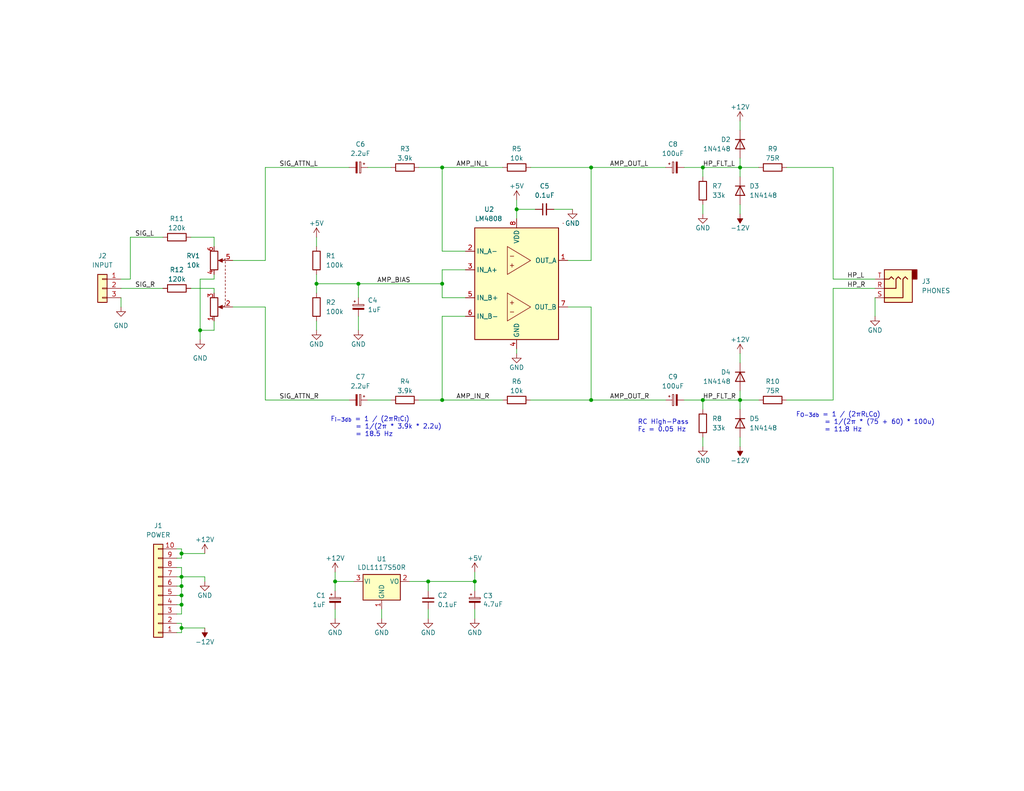
<source format=kicad_sch>
(kicad_sch (version 20211123) (generator eeschema)

  (uuid 5cbabdef-fa98-4d95-a7a1-8facb4c4eeec)

  (paper "USLetter")

  (lib_symbols
    (symbol "Connector:AudioJack3" (in_bom yes) (on_board yes)
      (property "Reference" "J" (id 0) (at 0 8.89 0)
        (effects (font (size 1.27 1.27)))
      )
      (property "Value" "AudioJack3" (id 1) (at 0 6.35 0)
        (effects (font (size 1.27 1.27)))
      )
      (property "Footprint" "" (id 2) (at 0 0 0)
        (effects (font (size 1.27 1.27)) hide)
      )
      (property "Datasheet" "~" (id 3) (at 0 0 0)
        (effects (font (size 1.27 1.27)) hide)
      )
      (property "ki_keywords" "audio jack receptacle stereo headphones phones TRS connector" (id 4) (at 0 0 0)
        (effects (font (size 1.27 1.27)) hide)
      )
      (property "ki_description" "Audio Jack, 3 Poles (Stereo / TRS)" (id 5) (at 0 0 0)
        (effects (font (size 1.27 1.27)) hide)
      )
      (property "ki_fp_filters" "Jack*" (id 6) (at 0 0 0)
        (effects (font (size 1.27 1.27)) hide)
      )
      (symbol "AudioJack3_0_1"
        (rectangle (start -5.08 -5.08) (end -6.35 -2.54)
          (stroke (width 0.254) (type default) (color 0 0 0 0))
          (fill (type outline))
        )
        (polyline
          (pts
            (xy 0 -2.54)
            (xy 0.635 -3.175)
            (xy 1.27 -2.54)
            (xy 2.54 -2.54)
          )
          (stroke (width 0.254) (type default) (color 0 0 0 0))
          (fill (type none))
        )
        (polyline
          (pts
            (xy -1.905 -2.54)
            (xy -1.27 -3.175)
            (xy -0.635 -2.54)
            (xy -0.635 0)
            (xy 2.54 0)
          )
          (stroke (width 0.254) (type default) (color 0 0 0 0))
          (fill (type none))
        )
        (polyline
          (pts
            (xy 2.54 2.54)
            (xy -2.54 2.54)
            (xy -2.54 -2.54)
            (xy -3.175 -3.175)
            (xy -3.81 -2.54)
          )
          (stroke (width 0.254) (type default) (color 0 0 0 0))
          (fill (type none))
        )
        (rectangle (start 2.54 3.81) (end -5.08 -5.08)
          (stroke (width 0.254) (type default) (color 0 0 0 0))
          (fill (type background))
        )
      )
      (symbol "AudioJack3_1_1"
        (pin passive line (at 5.08 0 180) (length 2.54)
          (name "~" (effects (font (size 1.27 1.27))))
          (number "R" (effects (font (size 1.27 1.27))))
        )
        (pin passive line (at 5.08 2.54 180) (length 2.54)
          (name "~" (effects (font (size 1.27 1.27))))
          (number "S" (effects (font (size 1.27 1.27))))
        )
        (pin passive line (at 5.08 -2.54 180) (length 2.54)
          (name "~" (effects (font (size 1.27 1.27))))
          (number "T" (effects (font (size 1.27 1.27))))
        )
      )
    )
    (symbol "Connector_Generic:Conn_01x03" (pin_names (offset 1.016) hide) (in_bom yes) (on_board yes)
      (property "Reference" "J" (id 0) (at 0 5.08 0)
        (effects (font (size 1.27 1.27)))
      )
      (property "Value" "Conn_01x03" (id 1) (at 0 -5.08 0)
        (effects (font (size 1.27 1.27)))
      )
      (property "Footprint" "" (id 2) (at 0 0 0)
        (effects (font (size 1.27 1.27)) hide)
      )
      (property "Datasheet" "~" (id 3) (at 0 0 0)
        (effects (font (size 1.27 1.27)) hide)
      )
      (property "ki_keywords" "connector" (id 4) (at 0 0 0)
        (effects (font (size 1.27 1.27)) hide)
      )
      (property "ki_description" "Generic connector, single row, 01x03, script generated (kicad-library-utils/schlib/autogen/connector/)" (id 5) (at 0 0 0)
        (effects (font (size 1.27 1.27)) hide)
      )
      (property "ki_fp_filters" "Connector*:*_1x??_*" (id 6) (at 0 0 0)
        (effects (font (size 1.27 1.27)) hide)
      )
      (symbol "Conn_01x03_1_1"
        (rectangle (start -1.27 -2.413) (end 0 -2.667)
          (stroke (width 0.1524) (type default) (color 0 0 0 0))
          (fill (type none))
        )
        (rectangle (start -1.27 0.127) (end 0 -0.127)
          (stroke (width 0.1524) (type default) (color 0 0 0 0))
          (fill (type none))
        )
        (rectangle (start -1.27 2.667) (end 0 2.413)
          (stroke (width 0.1524) (type default) (color 0 0 0 0))
          (fill (type none))
        )
        (rectangle (start -1.27 3.81) (end 1.27 -3.81)
          (stroke (width 0.254) (type default) (color 0 0 0 0))
          (fill (type background))
        )
        (pin passive line (at -5.08 2.54 0) (length 3.81)
          (name "Pin_1" (effects (font (size 1.27 1.27))))
          (number "1" (effects (font (size 1.27 1.27))))
        )
        (pin passive line (at -5.08 0 0) (length 3.81)
          (name "Pin_2" (effects (font (size 1.27 1.27))))
          (number "2" (effects (font (size 1.27 1.27))))
        )
        (pin passive line (at -5.08 -2.54 0) (length 3.81)
          (name "Pin_3" (effects (font (size 1.27 1.27))))
          (number "3" (effects (font (size 1.27 1.27))))
        )
      )
    )
    (symbol "Connector_Generic:Conn_01x10" (pin_names (offset 1.016) hide) (in_bom yes) (on_board yes)
      (property "Reference" "J" (id 0) (at 0 12.7 0)
        (effects (font (size 1.27 1.27)))
      )
      (property "Value" "Conn_01x10" (id 1) (at 0 -15.24 0)
        (effects (font (size 1.27 1.27)))
      )
      (property "Footprint" "" (id 2) (at 0 0 0)
        (effects (font (size 1.27 1.27)) hide)
      )
      (property "Datasheet" "~" (id 3) (at 0 0 0)
        (effects (font (size 1.27 1.27)) hide)
      )
      (property "ki_keywords" "connector" (id 4) (at 0 0 0)
        (effects (font (size 1.27 1.27)) hide)
      )
      (property "ki_description" "Generic connector, single row, 01x10, script generated (kicad-library-utils/schlib/autogen/connector/)" (id 5) (at 0 0 0)
        (effects (font (size 1.27 1.27)) hide)
      )
      (property "ki_fp_filters" "Connector*:*_1x??_*" (id 6) (at 0 0 0)
        (effects (font (size 1.27 1.27)) hide)
      )
      (symbol "Conn_01x10_1_1"
        (rectangle (start -1.27 -12.573) (end 0 -12.827)
          (stroke (width 0.1524) (type default) (color 0 0 0 0))
          (fill (type none))
        )
        (rectangle (start -1.27 -10.033) (end 0 -10.287)
          (stroke (width 0.1524) (type default) (color 0 0 0 0))
          (fill (type none))
        )
        (rectangle (start -1.27 -7.493) (end 0 -7.747)
          (stroke (width 0.1524) (type default) (color 0 0 0 0))
          (fill (type none))
        )
        (rectangle (start -1.27 -4.953) (end 0 -5.207)
          (stroke (width 0.1524) (type default) (color 0 0 0 0))
          (fill (type none))
        )
        (rectangle (start -1.27 -2.413) (end 0 -2.667)
          (stroke (width 0.1524) (type default) (color 0 0 0 0))
          (fill (type none))
        )
        (rectangle (start -1.27 0.127) (end 0 -0.127)
          (stroke (width 0.1524) (type default) (color 0 0 0 0))
          (fill (type none))
        )
        (rectangle (start -1.27 2.667) (end 0 2.413)
          (stroke (width 0.1524) (type default) (color 0 0 0 0))
          (fill (type none))
        )
        (rectangle (start -1.27 5.207) (end 0 4.953)
          (stroke (width 0.1524) (type default) (color 0 0 0 0))
          (fill (type none))
        )
        (rectangle (start -1.27 7.747) (end 0 7.493)
          (stroke (width 0.1524) (type default) (color 0 0 0 0))
          (fill (type none))
        )
        (rectangle (start -1.27 10.287) (end 0 10.033)
          (stroke (width 0.1524) (type default) (color 0 0 0 0))
          (fill (type none))
        )
        (rectangle (start -1.27 11.43) (end 1.27 -13.97)
          (stroke (width 0.254) (type default) (color 0 0 0 0))
          (fill (type background))
        )
        (pin passive line (at -5.08 10.16 0) (length 3.81)
          (name "Pin_1" (effects (font (size 1.27 1.27))))
          (number "1" (effects (font (size 1.27 1.27))))
        )
        (pin passive line (at -5.08 -12.7 0) (length 3.81)
          (name "Pin_10" (effects (font (size 1.27 1.27))))
          (number "10" (effects (font (size 1.27 1.27))))
        )
        (pin passive line (at -5.08 7.62 0) (length 3.81)
          (name "Pin_2" (effects (font (size 1.27 1.27))))
          (number "2" (effects (font (size 1.27 1.27))))
        )
        (pin passive line (at -5.08 5.08 0) (length 3.81)
          (name "Pin_3" (effects (font (size 1.27 1.27))))
          (number "3" (effects (font (size 1.27 1.27))))
        )
        (pin passive line (at -5.08 2.54 0) (length 3.81)
          (name "Pin_4" (effects (font (size 1.27 1.27))))
          (number "4" (effects (font (size 1.27 1.27))))
        )
        (pin passive line (at -5.08 0 0) (length 3.81)
          (name "Pin_5" (effects (font (size 1.27 1.27))))
          (number "5" (effects (font (size 1.27 1.27))))
        )
        (pin passive line (at -5.08 -2.54 0) (length 3.81)
          (name "Pin_6" (effects (font (size 1.27 1.27))))
          (number "6" (effects (font (size 1.27 1.27))))
        )
        (pin passive line (at -5.08 -5.08 0) (length 3.81)
          (name "Pin_7" (effects (font (size 1.27 1.27))))
          (number "7" (effects (font (size 1.27 1.27))))
        )
        (pin passive line (at -5.08 -7.62 0) (length 3.81)
          (name "Pin_8" (effects (font (size 1.27 1.27))))
          (number "8" (effects (font (size 1.27 1.27))))
        )
        (pin passive line (at -5.08 -10.16 0) (length 3.81)
          (name "Pin_9" (effects (font (size 1.27 1.27))))
          (number "9" (effects (font (size 1.27 1.27))))
        )
      )
    )
    (symbol "Device:CP_Small" (pin_numbers hide) (pin_names (offset 0.254) hide) (in_bom yes) (on_board yes)
      (property "Reference" "C" (id 0) (at 0.254 1.778 0)
        (effects (font (size 1.27 1.27)) (justify left))
      )
      (property "Value" "Device_CP_Small" (id 1) (at 0.254 -2.032 0)
        (effects (font (size 1.27 1.27)) (justify left))
      )
      (property "Footprint" "" (id 2) (at 0 0 0)
        (effects (font (size 1.27 1.27)) hide)
      )
      (property "Datasheet" "" (id 3) (at 0 0 0)
        (effects (font (size 1.27 1.27)) hide)
      )
      (property "ki_fp_filters" "CP_*" (id 4) (at 0 0 0)
        (effects (font (size 1.27 1.27)) hide)
      )
      (symbol "CP_Small_0_1"
        (rectangle (start -1.524 -0.3048) (end 1.524 -0.6858)
          (stroke (width 0) (type default) (color 0 0 0 0))
          (fill (type outline))
        )
        (rectangle (start -1.524 0.6858) (end 1.524 0.3048)
          (stroke (width 0) (type default) (color 0 0 0 0))
          (fill (type none))
        )
        (polyline
          (pts
            (xy -1.27 1.524)
            (xy -0.762 1.524)
          )
          (stroke (width 0) (type default) (color 0 0 0 0))
          (fill (type none))
        )
        (polyline
          (pts
            (xy -1.016 1.27)
            (xy -1.016 1.778)
          )
          (stroke (width 0) (type default) (color 0 0 0 0))
          (fill (type none))
        )
      )
      (symbol "CP_Small_1_1"
        (pin passive line (at 0 2.54 270) (length 1.8542)
          (name "~" (effects (font (size 1.27 1.27))))
          (number "1" (effects (font (size 1.27 1.27))))
        )
        (pin passive line (at 0 -2.54 90) (length 1.8542)
          (name "~" (effects (font (size 1.27 1.27))))
          (number "2" (effects (font (size 1.27 1.27))))
        )
      )
    )
    (symbol "Device:C_Polarized_Small" (pin_numbers hide) (pin_names (offset 0.254) hide) (in_bom yes) (on_board yes)
      (property "Reference" "C" (id 0) (at 0.254 1.778 0)
        (effects (font (size 1.27 1.27)) (justify left))
      )
      (property "Value" "C_Polarized_Small" (id 1) (at 0.254 -2.032 0)
        (effects (font (size 1.27 1.27)) (justify left))
      )
      (property "Footprint" "" (id 2) (at 0 0 0)
        (effects (font (size 1.27 1.27)) hide)
      )
      (property "Datasheet" "~" (id 3) (at 0 0 0)
        (effects (font (size 1.27 1.27)) hide)
      )
      (property "ki_keywords" "cap capacitor" (id 4) (at 0 0 0)
        (effects (font (size 1.27 1.27)) hide)
      )
      (property "ki_description" "Polarized capacitor, small symbol" (id 5) (at 0 0 0)
        (effects (font (size 1.27 1.27)) hide)
      )
      (property "ki_fp_filters" "CP_*" (id 6) (at 0 0 0)
        (effects (font (size 1.27 1.27)) hide)
      )
      (symbol "C_Polarized_Small_0_1"
        (rectangle (start -1.524 -0.3048) (end 1.524 -0.6858)
          (stroke (width 0) (type default) (color 0 0 0 0))
          (fill (type outline))
        )
        (rectangle (start -1.524 0.6858) (end 1.524 0.3048)
          (stroke (width 0) (type default) (color 0 0 0 0))
          (fill (type none))
        )
        (polyline
          (pts
            (xy -1.27 1.524)
            (xy -0.762 1.524)
          )
          (stroke (width 0) (type default) (color 0 0 0 0))
          (fill (type none))
        )
        (polyline
          (pts
            (xy -1.016 1.27)
            (xy -1.016 1.778)
          )
          (stroke (width 0) (type default) (color 0 0 0 0))
          (fill (type none))
        )
      )
      (symbol "C_Polarized_Small_1_1"
        (pin passive line (at 0 2.54 270) (length 1.8542)
          (name "~" (effects (font (size 1.27 1.27))))
          (number "1" (effects (font (size 1.27 1.27))))
        )
        (pin passive line (at 0 -2.54 90) (length 1.8542)
          (name "~" (effects (font (size 1.27 1.27))))
          (number "2" (effects (font (size 1.27 1.27))))
        )
      )
    )
    (symbol "Device:C_Small" (pin_numbers hide) (pin_names (offset 0.254) hide) (in_bom yes) (on_board yes)
      (property "Reference" "C" (id 0) (at 0.254 1.778 0)
        (effects (font (size 1.27 1.27)) (justify left))
      )
      (property "Value" "C_Small" (id 1) (at 0.254 -2.032 0)
        (effects (font (size 1.27 1.27)) (justify left))
      )
      (property "Footprint" "" (id 2) (at 0 0 0)
        (effects (font (size 1.27 1.27)) hide)
      )
      (property "Datasheet" "~" (id 3) (at 0 0 0)
        (effects (font (size 1.27 1.27)) hide)
      )
      (property "ki_keywords" "capacitor cap" (id 4) (at 0 0 0)
        (effects (font (size 1.27 1.27)) hide)
      )
      (property "ki_description" "Unpolarized capacitor, small symbol" (id 5) (at 0 0 0)
        (effects (font (size 1.27 1.27)) hide)
      )
      (property "ki_fp_filters" "C_*" (id 6) (at 0 0 0)
        (effects (font (size 1.27 1.27)) hide)
      )
      (symbol "C_Small_0_1"
        (polyline
          (pts
            (xy -1.524 -0.508)
            (xy 1.524 -0.508)
          )
          (stroke (width 0.3302) (type default) (color 0 0 0 0))
          (fill (type none))
        )
        (polyline
          (pts
            (xy -1.524 0.508)
            (xy 1.524 0.508)
          )
          (stroke (width 0.3048) (type default) (color 0 0 0 0))
          (fill (type none))
        )
      )
      (symbol "C_Small_1_1"
        (pin passive line (at 0 2.54 270) (length 2.032)
          (name "~" (effects (font (size 1.27 1.27))))
          (number "1" (effects (font (size 1.27 1.27))))
        )
        (pin passive line (at 0 -2.54 90) (length 2.032)
          (name "~" (effects (font (size 1.27 1.27))))
          (number "2" (effects (font (size 1.27 1.27))))
        )
      )
    )
    (symbol "Device:D" (pin_numbers hide) (pin_names (offset 1.016) hide) (in_bom yes) (on_board yes)
      (property "Reference" "D" (id 0) (at 0 2.54 0)
        (effects (font (size 1.27 1.27)))
      )
      (property "Value" "D" (id 1) (at 0 -2.54 0)
        (effects (font (size 1.27 1.27)))
      )
      (property "Footprint" "" (id 2) (at 0 0 0)
        (effects (font (size 1.27 1.27)) hide)
      )
      (property "Datasheet" "~" (id 3) (at 0 0 0)
        (effects (font (size 1.27 1.27)) hide)
      )
      (property "ki_keywords" "diode" (id 4) (at 0 0 0)
        (effects (font (size 1.27 1.27)) hide)
      )
      (property "ki_description" "Diode" (id 5) (at 0 0 0)
        (effects (font (size 1.27 1.27)) hide)
      )
      (property "ki_fp_filters" "TO-???* *_Diode_* *SingleDiode* D_*" (id 6) (at 0 0 0)
        (effects (font (size 1.27 1.27)) hide)
      )
      (symbol "D_0_1"
        (polyline
          (pts
            (xy -1.27 1.27)
            (xy -1.27 -1.27)
          )
          (stroke (width 0.254) (type default) (color 0 0 0 0))
          (fill (type none))
        )
        (polyline
          (pts
            (xy 1.27 0)
            (xy -1.27 0)
          )
          (stroke (width 0) (type default) (color 0 0 0 0))
          (fill (type none))
        )
        (polyline
          (pts
            (xy 1.27 1.27)
            (xy 1.27 -1.27)
            (xy -1.27 0)
            (xy 1.27 1.27)
          )
          (stroke (width 0.254) (type default) (color 0 0 0 0))
          (fill (type none))
        )
      )
      (symbol "D_1_1"
        (pin passive line (at -3.81 0 0) (length 2.54)
          (name "K" (effects (font (size 1.27 1.27))))
          (number "1" (effects (font (size 1.27 1.27))))
        )
        (pin passive line (at 3.81 0 180) (length 2.54)
          (name "A" (effects (font (size 1.27 1.27))))
          (number "2" (effects (font (size 1.27 1.27))))
        )
      )
    )
    (symbol "Device:R" (pin_numbers hide) (pin_names (offset 0)) (in_bom yes) (on_board yes)
      (property "Reference" "R" (id 0) (at 2.032 0 90)
        (effects (font (size 1.27 1.27)))
      )
      (property "Value" "R" (id 1) (at 0 0 90)
        (effects (font (size 1.27 1.27)))
      )
      (property "Footprint" "" (id 2) (at -1.778 0 90)
        (effects (font (size 1.27 1.27)) hide)
      )
      (property "Datasheet" "~" (id 3) (at 0 0 0)
        (effects (font (size 1.27 1.27)) hide)
      )
      (property "ki_keywords" "R res resistor" (id 4) (at 0 0 0)
        (effects (font (size 1.27 1.27)) hide)
      )
      (property "ki_description" "Resistor" (id 5) (at 0 0 0)
        (effects (font (size 1.27 1.27)) hide)
      )
      (property "ki_fp_filters" "R_*" (id 6) (at 0 0 0)
        (effects (font (size 1.27 1.27)) hide)
      )
      (symbol "R_0_1"
        (rectangle (start -1.016 -2.54) (end 1.016 2.54)
          (stroke (width 0.254) (type default) (color 0 0 0 0))
          (fill (type none))
        )
      )
      (symbol "R_1_1"
        (pin passive line (at 0 3.81 270) (length 1.27)
          (name "~" (effects (font (size 1.27 1.27))))
          (number "1" (effects (font (size 1.27 1.27))))
        )
        (pin passive line (at 0 -3.81 90) (length 1.27)
          (name "~" (effects (font (size 1.27 1.27))))
          (number "2" (effects (font (size 1.27 1.27))))
        )
      )
    )
    (symbol "Device:R_Potentiometer_Dual" (pin_names (offset 1.016) hide) (in_bom yes) (on_board yes)
      (property "Reference" "RV" (id 0) (at 0 3.81 0)
        (effects (font (size 1.27 1.27)))
      )
      (property "Value" "R_Potentiometer_Dual" (id 1) (at 0 1.905 0)
        (effects (font (size 1.27 1.27)))
      )
      (property "Footprint" "" (id 2) (at 6.35 -1.905 0)
        (effects (font (size 1.27 1.27)) hide)
      )
      (property "Datasheet" "~" (id 3) (at 6.35 -1.905 0)
        (effects (font (size 1.27 1.27)) hide)
      )
      (property "ki_keywords" "resistor variable" (id 4) (at 0 0 0)
        (effects (font (size 1.27 1.27)) hide)
      )
      (property "ki_description" "Dual potentiometer" (id 5) (at 0 0 0)
        (effects (font (size 1.27 1.27)) hide)
      )
      (property "ki_fp_filters" "Potentiometer*" (id 6) (at 0 0 0)
        (effects (font (size 1.27 1.27)) hide)
      )
      (symbol "R_Potentiometer_Dual_0_1"
        (rectangle (start -8.89 -1.524) (end -3.81 -3.556)
          (stroke (width 0.254) (type default) (color 0 0 0 0))
          (fill (type none))
        )
        (polyline
          (pts
            (xy -6.35 0)
            (xy -6.35 -1.016)
          )
          (stroke (width 0) (type default) (color 0 0 0 0))
          (fill (type none))
        )
        (polyline
          (pts
            (xy -6.35 0)
            (xy -6.35 -1.016)
          )
          (stroke (width 0) (type default) (color 0 0 0 0))
          (fill (type none))
        )
        (polyline
          (pts
            (xy -6.35 0)
            (xy -5.842 0.508)
          )
          (stroke (width 0) (type default) (color 0 0 0 0))
          (fill (type none))
        )
        (polyline
          (pts
            (xy -5.588 0.508)
            (xy -5.08 0.508)
          )
          (stroke (width 0) (type default) (color 0 0 0 0))
          (fill (type none))
        )
        (polyline
          (pts
            (xy -4.572 0.508)
            (xy -4.064 0.508)
          )
          (stroke (width 0) (type default) (color 0 0 0 0))
          (fill (type none))
        )
        (polyline
          (pts
            (xy -3.556 0.508)
            (xy -3.048 0.508)
          )
          (stroke (width 0) (type default) (color 0 0 0 0))
          (fill (type none))
        )
        (polyline
          (pts
            (xy -2.54 0.508)
            (xy -2.032 0.508)
          )
          (stroke (width 0) (type default) (color 0 0 0 0))
          (fill (type none))
        )
        (polyline
          (pts
            (xy -1.524 0.508)
            (xy -1.016 0.508)
          )
          (stroke (width 0) (type default) (color 0 0 0 0))
          (fill (type none))
        )
        (polyline
          (pts
            (xy -0.508 0.508)
            (xy 0 0.508)
          )
          (stroke (width 0) (type default) (color 0 0 0 0))
          (fill (type none))
        )
        (polyline
          (pts
            (xy 0.508 0.508)
            (xy 1.016 0.508)
          )
          (stroke (width 0) (type default) (color 0 0 0 0))
          (fill (type none))
        )
        (polyline
          (pts
            (xy 1.524 0.508)
            (xy 2.032 0.508)
          )
          (stroke (width 0) (type default) (color 0 0 0 0))
          (fill (type none))
        )
        (polyline
          (pts
            (xy 2.54 0.508)
            (xy 3.048 0.508)
          )
          (stroke (width 0) (type default) (color 0 0 0 0))
          (fill (type none))
        )
        (polyline
          (pts
            (xy 3.556 0.508)
            (xy 4.064 0.508)
          )
          (stroke (width 0) (type default) (color 0 0 0 0))
          (fill (type none))
        )
        (polyline
          (pts
            (xy 4.572 0.508)
            (xy 5.08 0.508)
          )
          (stroke (width 0) (type default) (color 0 0 0 0))
          (fill (type none))
        )
        (polyline
          (pts
            (xy 5.588 0.508)
            (xy 6.096 0.508)
          )
          (stroke (width 0) (type default) (color 0 0 0 0))
          (fill (type none))
        )
        (polyline
          (pts
            (xy 6.35 0)
            (xy 6.35 -1.016)
          )
          (stroke (width 0) (type default) (color 0 0 0 0))
          (fill (type none))
        )
        (polyline
          (pts
            (xy 6.35 0)
            (xy 6.35 -1.016)
          )
          (stroke (width 0) (type default) (color 0 0 0 0))
          (fill (type none))
        )
        (polyline
          (pts
            (xy 6.604 0.508)
            (xy 6.858 0.508)
            (xy 6.35 0)
          )
          (stroke (width 0) (type default) (color 0 0 0 0))
          (fill (type none))
        )
        (polyline
          (pts
            (xy -6.35 -1.397)
            (xy -6.858 -0.254)
            (xy -5.842 -0.254)
            (xy -6.35 -1.397)
          )
          (stroke (width 0) (type default) (color 0 0 0 0))
          (fill (type outline))
        )
        (polyline
          (pts
            (xy 6.35 -1.397)
            (xy 5.842 -0.254)
            (xy 6.858 -0.254)
            (xy 6.35 -1.397)
          )
          (stroke (width 0) (type default) (color 0 0 0 0))
          (fill (type outline))
        )
        (rectangle (start 3.81 -1.524) (end 8.89 -3.556)
          (stroke (width 0.254) (type default) (color 0 0 0 0))
          (fill (type none))
        )
      )
      (symbol "R_Potentiometer_Dual_1_1"
        (pin passive line (at -10.16 -2.54 0) (length 1.27)
          (name "1" (effects (font (size 1.27 1.27))))
          (number "1" (effects (font (size 1.27 1.27))))
        )
        (pin passive line (at -6.35 2.54 270) (length 2.54)
          (name "2" (effects (font (size 1.27 1.27))))
          (number "2" (effects (font (size 1.27 1.27))))
        )
        (pin passive line (at -2.54 -2.54 180) (length 1.27)
          (name "3" (effects (font (size 1.27 1.27))))
          (number "3" (effects (font (size 1.27 1.27))))
        )
        (pin passive line (at 2.54 -2.54 0) (length 1.27)
          (name "4" (effects (font (size 1.27 1.27))))
          (number "4" (effects (font (size 1.27 1.27))))
        )
        (pin passive line (at 6.35 2.54 270) (length 2.54)
          (name "5" (effects (font (size 1.27 1.27))))
          (number "5" (effects (font (size 1.27 1.27))))
        )
        (pin passive line (at 10.16 -2.54 180) (length 1.27)
          (name "6" (effects (font (size 1.27 1.27))))
          (number "6" (effects (font (size 1.27 1.27))))
        )
      )
    )
    (symbol "Regulator_Linear:LD1117S50TR_SOT223" (pin_names (offset 0.254)) (in_bom yes) (on_board yes)
      (property "Reference" "U" (id 0) (at -3.81 3.175 0)
        (effects (font (size 1.27 1.27)))
      )
      (property "Value" "LD1117S50TR_SOT223" (id 1) (at 0 3.175 0)
        (effects (font (size 1.27 1.27)) (justify left))
      )
      (property "Footprint" "Package_TO_SOT_SMD:SOT-223-3_TabPin2" (id 2) (at 0 5.08 0)
        (effects (font (size 1.27 1.27)) hide)
      )
      (property "Datasheet" "http://www.st.com/st-web-ui/static/active/en/resource/technical/document/datasheet/CD00000544.pdf" (id 3) (at 2.54 -6.35 0)
        (effects (font (size 1.27 1.27)) hide)
      )
      (property "ki_keywords" "REGULATOR LDO 5.0V" (id 4) (at 0 0 0)
        (effects (font (size 1.27 1.27)) hide)
      )
      (property "ki_description" "800mA Fixed Low Drop Positive Voltage Regulator, Fixed Output 5.0V, SOT-223" (id 5) (at 0 0 0)
        (effects (font (size 1.27 1.27)) hide)
      )
      (property "ki_fp_filters" "SOT?223*TabPin2*" (id 6) (at 0 0 0)
        (effects (font (size 1.27 1.27)) hide)
      )
      (symbol "LD1117S50TR_SOT223_0_1"
        (rectangle (start -5.08 -5.08) (end 5.08 1.905)
          (stroke (width 0.254) (type default) (color 0 0 0 0))
          (fill (type background))
        )
      )
      (symbol "LD1117S50TR_SOT223_1_1"
        (pin power_in line (at 0 -7.62 90) (length 2.54)
          (name "GND" (effects (font (size 1.27 1.27))))
          (number "1" (effects (font (size 1.27 1.27))))
        )
        (pin power_out line (at 7.62 0 180) (length 2.54)
          (name "VO" (effects (font (size 1.27 1.27))))
          (number "2" (effects (font (size 1.27 1.27))))
        )
        (pin power_in line (at -7.62 0 0) (length 2.54)
          (name "VI" (effects (font (size 1.27 1.27))))
          (number "3" (effects (font (size 1.27 1.27))))
        )
      )
    )
    (symbol "headphone_amp:LM4808" (in_bom yes) (on_board yes)
      (property "Reference" "U" (id 0) (at 6.35 19.05 0)
        (effects (font (size 1.27 1.27)))
      )
      (property "Value" "LM4808" (id 1) (at 6.35 16.51 0)
        (effects (font (size 1.27 1.27)))
      )
      (property "Footprint" "" (id 2) (at -10.16 -7.62 0)
        (effects (font (size 1.27 1.27)) hide)
      )
      (property "Datasheet" "" (id 3) (at -10.16 -7.62 0)
        (effects (font (size 1.27 1.27)) hide)
      )
      (symbol "LM4808_0_0"
        (text "+" (at -1.27 -5.08 0)
          (effects (font (size 1.27 1.27)))
        )
        (text "+" (at -1.27 5.08 0)
          (effects (font (size 1.27 1.27)))
        )
        (text "-" (at -1.27 -7.62 0)
          (effects (font (size 1.27 1.27)))
        )
        (text "-" (at -1.27 7.62 0)
          (effects (font (size 1.27 1.27)))
        )
      )
      (symbol "LM4808_0_1"
        (rectangle (start -11.43 15.24) (end 11.43 -15.24)
          (stroke (width 0.254) (type default) (color 0 0 0 0))
          (fill (type background))
        )
        (polyline
          (pts
            (xy -2.54 -2.54)
            (xy -2.54 -10.16)
            (xy 3.81 -6.35)
            (xy -2.54 -2.54)
          )
          (stroke (width 0) (type default) (color 0 0 0 0))
          (fill (type none))
        )
        (polyline
          (pts
            (xy -2.54 10.16)
            (xy -2.54 2.54)
            (xy 3.81 6.35)
            (xy -2.54 10.16)
          )
          (stroke (width 0) (type default) (color 0 0 0 0))
          (fill (type none))
        )
        (rectangle (start 12.7 16.51) (end 12.7 16.51)
          (stroke (width 0) (type default) (color 0 0 0 0))
          (fill (type none))
        )
        (rectangle (start 12.7 16.51) (end 12.7 16.51)
          (stroke (width 0) (type default) (color 0 0 0 0))
          (fill (type none))
        )
        (rectangle (start 12.7 16.51) (end 12.7 16.51)
          (stroke (width 0) (type default) (color 0 0 0 0))
          (fill (type none))
        )
        (rectangle (start 12.7 16.51) (end 12.7 16.51)
          (stroke (width 0) (type default) (color 0 0 0 0))
          (fill (type none))
        )
        (rectangle (start 12.7 16.51) (end 12.7 16.51)
          (stroke (width 0) (type default) (color 0 0 0 0))
          (fill (type none))
        )
        (rectangle (start 12.7 16.51) (end 12.7 16.51)
          (stroke (width 0) (type default) (color 0 0 0 0))
          (fill (type none))
        )
      )
      (symbol "LM4808_1_1"
        (pin output line (at 13.97 6.35 180) (length 2.54)
          (name "OUT_A" (effects (font (size 1.27 1.27))))
          (number "1" (effects (font (size 1.27 1.27))))
        )
        (pin input line (at -13.97 8.89 0) (length 2.54)
          (name "IN_A-" (effects (font (size 1.27 1.27))))
          (number "2" (effects (font (size 1.27 1.27))))
        )
        (pin input line (at -13.97 3.81 0) (length 2.54)
          (name "IN_A+" (effects (font (size 1.27 1.27))))
          (number "3" (effects (font (size 1.27 1.27))))
        )
        (pin passive line (at 0 -17.78 90) (length 2.54)
          (name "GND" (effects (font (size 1.27 1.27))))
          (number "4" (effects (font (size 1.27 1.27))))
        )
        (pin input line (at -13.97 -3.81 0) (length 2.54)
          (name "IN_B+" (effects (font (size 1.27 1.27))))
          (number "5" (effects (font (size 1.27 1.27))))
        )
        (pin input line (at -13.97 -8.89 0) (length 2.54)
          (name "IN_B-" (effects (font (size 1.27 1.27))))
          (number "6" (effects (font (size 1.27 1.27))))
        )
        (pin output line (at 13.97 -6.35 180) (length 2.54)
          (name "OUT_B" (effects (font (size 1.27 1.27))))
          (number "7" (effects (font (size 1.27 1.27))))
        )
        (pin passive line (at 0 17.78 270) (length 2.54)
          (name "VDD" (effects (font (size 1.27 1.27))))
          (number "8" (effects (font (size 1.27 1.27))))
        )
      )
    )
    (symbol "power:+12V" (power) (pin_names (offset 0)) (in_bom yes) (on_board yes)
      (property "Reference" "#PWR" (id 0) (at 0 -3.81 0)
        (effects (font (size 1.27 1.27)) hide)
      )
      (property "Value" "+12V" (id 1) (at 0 3.556 0)
        (effects (font (size 1.27 1.27)))
      )
      (property "Footprint" "" (id 2) (at 0 0 0)
        (effects (font (size 1.27 1.27)) hide)
      )
      (property "Datasheet" "" (id 3) (at 0 0 0)
        (effects (font (size 1.27 1.27)) hide)
      )
      (property "ki_keywords" "power-flag" (id 4) (at 0 0 0)
        (effects (font (size 1.27 1.27)) hide)
      )
      (property "ki_description" "Power symbol creates a global label with name \"+12V\"" (id 5) (at 0 0 0)
        (effects (font (size 1.27 1.27)) hide)
      )
      (symbol "+12V_0_1"
        (polyline
          (pts
            (xy -0.762 1.27)
            (xy 0 2.54)
          )
          (stroke (width 0) (type default) (color 0 0 0 0))
          (fill (type none))
        )
        (polyline
          (pts
            (xy 0 0)
            (xy 0 2.54)
          )
          (stroke (width 0) (type default) (color 0 0 0 0))
          (fill (type none))
        )
        (polyline
          (pts
            (xy 0 2.54)
            (xy 0.762 1.27)
          )
          (stroke (width 0) (type default) (color 0 0 0 0))
          (fill (type none))
        )
      )
      (symbol "+12V_1_1"
        (pin power_in line (at 0 0 90) (length 0) hide
          (name "+12V" (effects (font (size 1.27 1.27))))
          (number "1" (effects (font (size 1.27 1.27))))
        )
      )
    )
    (symbol "power:+5V" (power) (pin_names (offset 0)) (in_bom yes) (on_board yes)
      (property "Reference" "#PWR" (id 0) (at 0 -3.81 0)
        (effects (font (size 1.27 1.27)) hide)
      )
      (property "Value" "+5V" (id 1) (at 0 3.556 0)
        (effects (font (size 1.27 1.27)))
      )
      (property "Footprint" "" (id 2) (at 0 0 0)
        (effects (font (size 1.27 1.27)) hide)
      )
      (property "Datasheet" "" (id 3) (at 0 0 0)
        (effects (font (size 1.27 1.27)) hide)
      )
      (property "ki_keywords" "power-flag" (id 4) (at 0 0 0)
        (effects (font (size 1.27 1.27)) hide)
      )
      (property "ki_description" "Power symbol creates a global label with name \"+5V\"" (id 5) (at 0 0 0)
        (effects (font (size 1.27 1.27)) hide)
      )
      (symbol "+5V_0_1"
        (polyline
          (pts
            (xy -0.762 1.27)
            (xy 0 2.54)
          )
          (stroke (width 0) (type default) (color 0 0 0 0))
          (fill (type none))
        )
        (polyline
          (pts
            (xy 0 0)
            (xy 0 2.54)
          )
          (stroke (width 0) (type default) (color 0 0 0 0))
          (fill (type none))
        )
        (polyline
          (pts
            (xy 0 2.54)
            (xy 0.762 1.27)
          )
          (stroke (width 0) (type default) (color 0 0 0 0))
          (fill (type none))
        )
      )
      (symbol "+5V_1_1"
        (pin power_in line (at 0 0 90) (length 0) hide
          (name "+5V" (effects (font (size 1.27 1.27))))
          (number "1" (effects (font (size 1.27 1.27))))
        )
      )
    )
    (symbol "power:-12V" (power) (pin_names (offset 0)) (in_bom yes) (on_board yes)
      (property "Reference" "#PWR" (id 0) (at 0 2.54 0)
        (effects (font (size 1.27 1.27)) hide)
      )
      (property "Value" "-12V" (id 1) (at 0 3.81 0)
        (effects (font (size 1.27 1.27)))
      )
      (property "Footprint" "" (id 2) (at 0 0 0)
        (effects (font (size 1.27 1.27)) hide)
      )
      (property "Datasheet" "" (id 3) (at 0 0 0)
        (effects (font (size 1.27 1.27)) hide)
      )
      (property "ki_keywords" "power-flag" (id 4) (at 0 0 0)
        (effects (font (size 1.27 1.27)) hide)
      )
      (property "ki_description" "Power symbol creates a global label with name \"-12V\"" (id 5) (at 0 0 0)
        (effects (font (size 1.27 1.27)) hide)
      )
      (symbol "-12V_0_0"
        (pin power_in line (at 0 0 90) (length 0) hide
          (name "-12V" (effects (font (size 1.27 1.27))))
          (number "1" (effects (font (size 1.27 1.27))))
        )
      )
      (symbol "-12V_0_1"
        (polyline
          (pts
            (xy 0 0)
            (xy 0 1.27)
            (xy 0.762 1.27)
            (xy 0 2.54)
            (xy -0.762 1.27)
            (xy 0 1.27)
          )
          (stroke (width 0) (type default) (color 0 0 0 0))
          (fill (type outline))
        )
      )
    )
    (symbol "power:GND" (power) (pin_names (offset 0)) (in_bom yes) (on_board yes)
      (property "Reference" "#PWR" (id 0) (at 0 -6.35 0)
        (effects (font (size 1.27 1.27)) hide)
      )
      (property "Value" "GND" (id 1) (at 0 -3.81 0)
        (effects (font (size 1.27 1.27)))
      )
      (property "Footprint" "" (id 2) (at 0 0 0)
        (effects (font (size 1.27 1.27)) hide)
      )
      (property "Datasheet" "" (id 3) (at 0 0 0)
        (effects (font (size 1.27 1.27)) hide)
      )
      (property "ki_keywords" "power-flag" (id 4) (at 0 0 0)
        (effects (font (size 1.27 1.27)) hide)
      )
      (property "ki_description" "Power symbol creates a global label with name \"GND\" , ground" (id 5) (at 0 0 0)
        (effects (font (size 1.27 1.27)) hide)
      )
      (symbol "GND_0_1"
        (polyline
          (pts
            (xy 0 0)
            (xy 0 -1.27)
            (xy 1.27 -1.27)
            (xy 0 -2.54)
            (xy -1.27 -1.27)
            (xy 0 -1.27)
          )
          (stroke (width 0) (type default) (color 0 0 0 0))
          (fill (type none))
        )
      )
      (symbol "GND_1_1"
        (pin power_in line (at 0 0 270) (length 0) hide
          (name "GND" (effects (font (size 1.27 1.27))))
          (number "1" (effects (font (size 1.27 1.27))))
        )
      )
    )
  )

  (junction (at 91.44 158.75) (diameter 0) (color 0 0 0 0)
    (uuid 10f1813a-0b4c-4132-8df2-9a618ca1bdbd)
  )
  (junction (at 140.97 57.15) (diameter 0) (color 0 0 0 0)
    (uuid 44facb90-24ac-42e1-b9e2-4cd03e7e89f7)
  )
  (junction (at 201.93 109.22) (diameter 0) (color 0 0 0 0)
    (uuid 51e8626f-2046-4487-aa36-3542c6740787)
  )
  (junction (at 116.84 158.75) (diameter 0) (color 0 0 0 0)
    (uuid 683962d3-c1a5-4ea8-b6e8-391673294c6a)
  )
  (junction (at 161.29 109.22) (diameter 0) (color 0 0 0 0)
    (uuid 69e3e4c1-4e75-49d7-a15b-62ce053f626e)
  )
  (junction (at 49.53 157.48) (diameter 0) (color 0 0 0 0)
    (uuid 6a5b6f05-117c-480a-bc19-59dc81f757d2)
  )
  (junction (at 161.29 45.72) (diameter 0) (color 0 0 0 0)
    (uuid 7b94c09c-ee9a-4869-867f-57b733dd95ae)
  )
  (junction (at 49.53 151.13) (diameter 0) (color 0 0 0 0)
    (uuid 7e5bf85e-45ea-46c1-a821-24280d991c7d)
  )
  (junction (at 201.93 45.72) (diameter 0) (color 0 0 0 0)
    (uuid 8f9a7d07-4195-40c8-9f41-f0d5d41d6d35)
  )
  (junction (at 49.53 160.02) (diameter 0) (color 0 0 0 0)
    (uuid 9403859d-6ec5-4ffe-8e5a-a99fbe60edad)
  )
  (junction (at 54.61 90.17) (diameter 0) (color 0 0 0 0)
    (uuid 97b1981b-e5ff-4986-8831-98f8d5e0eef1)
  )
  (junction (at 191.77 109.22) (diameter 0) (color 0 0 0 0)
    (uuid 98ec9cd0-5f52-4f6a-9167-087979017789)
  )
  (junction (at 97.79 77.47) (diameter 0) (color 0 0 0 0)
    (uuid b16de4ac-b689-4feb-8230-497d13a27f8a)
  )
  (junction (at 49.53 171.45) (diameter 0) (color 0 0 0 0)
    (uuid c1b9c2a4-04a6-419e-831b-db968e811bd5)
  )
  (junction (at 49.53 165.1) (diameter 0) (color 0 0 0 0)
    (uuid c80270f7-9b0e-4ede-8bce-f7ed421d446d)
  )
  (junction (at 120.65 109.22) (diameter 0) (color 0 0 0 0)
    (uuid d262eaa0-1586-47d1-8e44-6fe10c42c6a4)
  )
  (junction (at 86.36 77.47) (diameter 0) (color 0 0 0 0)
    (uuid d34689d5-6b85-4fe3-aa77-91c0ae909f18)
  )
  (junction (at 191.77 45.72) (diameter 0) (color 0 0 0 0)
    (uuid dcfea310-7542-4a14-955a-11847d07adfd)
  )
  (junction (at 120.65 77.47) (diameter 0) (color 0 0 0 0)
    (uuid e462a68d-6ec8-43f4-9277-7e1988c77cc8)
  )
  (junction (at 129.54 158.75) (diameter 0) (color 0 0 0 0)
    (uuid f80ad65b-fc18-4a92-91e8-e89894403f66)
  )
  (junction (at 49.53 162.56) (diameter 0) (color 0 0 0 0)
    (uuid f90c2741-0d6b-4a42-9d84-9a99f2adb7a5)
  )
  (junction (at 120.65 45.72) (diameter 0) (color 0 0 0 0)
    (uuid ff2cbedc-5480-4f3a-aa38-c3546641be59)
  )

  (wire (pts (xy 49.53 165.1) (xy 49.53 162.56))
    (stroke (width 0) (type default) (color 0 0 0 0))
    (uuid 0087e784-6ec6-4ad9-a70e-c6cde7b130b8)
  )
  (wire (pts (xy 58.42 80.01) (xy 58.42 78.74))
    (stroke (width 0) (type default) (color 0 0 0 0))
    (uuid 029ca41b-08c5-4aa4-9c2f-e8c3613e6a7f)
  )
  (wire (pts (xy 227.33 76.2) (xy 238.76 76.2))
    (stroke (width 0) (type default) (color 0 0 0 0))
    (uuid 080599cc-7080-4cdb-8c42-1d27d2f9bfb6)
  )
  (wire (pts (xy 58.42 64.77) (xy 52.07 64.77))
    (stroke (width 0) (type default) (color 0 0 0 0))
    (uuid 099ca41c-130d-451f-933e-c0026b0cc821)
  )
  (wire (pts (xy 227.33 45.72) (xy 227.33 76.2))
    (stroke (width 0) (type default) (color 0 0 0 0))
    (uuid 0ad6b797-3178-4ff6-8244-96347ad6210a)
  )
  (wire (pts (xy 191.77 55.88) (xy 191.77 58.42))
    (stroke (width 0) (type default) (color 0 0 0 0))
    (uuid 0c990b10-e2fd-43dc-84ba-e541af668ade)
  )
  (wire (pts (xy 58.42 64.77) (xy 58.42 67.31))
    (stroke (width 0) (type default) (color 0 0 0 0))
    (uuid 0d95db67-301f-464c-99c6-6769da37943d)
  )
  (wire (pts (xy 161.29 109.22) (xy 181.61 109.22))
    (stroke (width 0) (type default) (color 0 0 0 0))
    (uuid 0dd745fe-8ec8-421f-8a02-8566e963651e)
  )
  (wire (pts (xy 120.65 73.66) (xy 127 73.66))
    (stroke (width 0) (type default) (color 0 0 0 0))
    (uuid 0ee8c224-84ce-4911-9326-5395112b1129)
  )
  (wire (pts (xy 86.36 87.63) (xy 86.36 90.17))
    (stroke (width 0) (type default) (color 0 0 0 0))
    (uuid 0f5ce4ea-3551-46c1-8494-349f807ad85e)
  )
  (wire (pts (xy 49.53 171.45) (xy 49.53 172.72))
    (stroke (width 0) (type default) (color 0 0 0 0))
    (uuid 0f73ce52-590d-4c7e-91cf-362055b03729)
  )
  (wire (pts (xy 191.77 109.22) (xy 201.93 109.22))
    (stroke (width 0) (type default) (color 0 0 0 0))
    (uuid 11805e0c-8999-4cf0-baf5-e90edda79ce3)
  )
  (wire (pts (xy 161.29 45.72) (xy 144.78 45.72))
    (stroke (width 0) (type default) (color 0 0 0 0))
    (uuid 15071fa3-68e0-42c4-93bb-436de7bc37ac)
  )
  (wire (pts (xy 161.29 83.82) (xy 161.29 109.22))
    (stroke (width 0) (type default) (color 0 0 0 0))
    (uuid 17afc03b-e591-4179-be5b-ab2c2bf4e926)
  )
  (wire (pts (xy 97.79 77.47) (xy 86.36 77.47))
    (stroke (width 0) (type default) (color 0 0 0 0))
    (uuid 1b291d98-3b03-4d0f-8915-5e18d4ef5e44)
  )
  (wire (pts (xy 48.26 165.1) (xy 49.53 165.1))
    (stroke (width 0) (type default) (color 0 0 0 0))
    (uuid 1cadc9be-ddd8-44b9-b96e-f52711d83a43)
  )
  (wire (pts (xy 201.93 109.22) (xy 207.01 109.22))
    (stroke (width 0) (type default) (color 0 0 0 0))
    (uuid 1cd8d08b-066f-4d2a-bee7-f36c6b4f9bf1)
  )
  (wire (pts (xy 227.33 78.74) (xy 227.33 109.22))
    (stroke (width 0) (type default) (color 0 0 0 0))
    (uuid 1d0725cc-bb2b-48fc-beee-9b4e5b8b935c)
  )
  (wire (pts (xy 127 86.36) (xy 120.65 86.36))
    (stroke (width 0) (type default) (color 0 0 0 0))
    (uuid 1d393180-12cb-48aa-b2a0-8969fa48234e)
  )
  (wire (pts (xy 227.33 109.22) (xy 214.63 109.22))
    (stroke (width 0) (type default) (color 0 0 0 0))
    (uuid 248314f7-c57b-4240-9a2b-67374e90f31f)
  )
  (wire (pts (xy 86.36 74.93) (xy 86.36 77.47))
    (stroke (width 0) (type default) (color 0 0 0 0))
    (uuid 2afda82a-e0cc-4202-8ff0-371c0e14f400)
  )
  (wire (pts (xy 91.44 158.75) (xy 96.52 158.75))
    (stroke (width 0) (type default) (color 0 0 0 0))
    (uuid 2b370d53-c51e-4824-a903-5a6c2ba8ed89)
  )
  (wire (pts (xy 33.02 78.74) (xy 44.45 78.74))
    (stroke (width 0) (type default) (color 0 0 0 0))
    (uuid 2b3f813f-5f6f-4a85-bdb6-47559dca208b)
  )
  (wire (pts (xy 129.54 166.37) (xy 129.54 168.91))
    (stroke (width 0) (type default) (color 0 0 0 0))
    (uuid 2cb9bab7-7263-4f97-b759-3039759e691c)
  )
  (wire (pts (xy 33.02 76.2) (xy 35.56 76.2))
    (stroke (width 0) (type default) (color 0 0 0 0))
    (uuid 2d255c67-c1b5-4bf8-95da-370e37d2eaca)
  )
  (wire (pts (xy 116.84 158.75) (xy 129.54 158.75))
    (stroke (width 0) (type default) (color 0 0 0 0))
    (uuid 31e503b3-ac2e-4f9d-91e4-83553bfe1fda)
  )
  (wire (pts (xy 161.29 45.72) (xy 161.29 71.12))
    (stroke (width 0) (type default) (color 0 0 0 0))
    (uuid 3b4518e1-cd9d-48cf-afd4-659b4909dbe6)
  )
  (wire (pts (xy 49.53 171.45) (xy 55.88 171.45))
    (stroke (width 0) (type default) (color 0 0 0 0))
    (uuid 3bc0a543-ba79-4c91-8f2d-f0c566a617bd)
  )
  (wire (pts (xy 129.54 156.21) (xy 129.54 158.75))
    (stroke (width 0) (type default) (color 0 0 0 0))
    (uuid 3f528526-6c04-46d6-8965-4cb4e5fe8786)
  )
  (wire (pts (xy 114.3 45.72) (xy 120.65 45.72))
    (stroke (width 0) (type default) (color 0 0 0 0))
    (uuid 405674d4-0aa6-4918-88a9-896781e1e0ac)
  )
  (wire (pts (xy 238.76 81.28) (xy 238.76 86.36))
    (stroke (width 0) (type default) (color 0 0 0 0))
    (uuid 40775481-5509-4261-94a8-f0a0a838e8d7)
  )
  (wire (pts (xy 191.77 119.38) (xy 191.77 121.92))
    (stroke (width 0) (type default) (color 0 0 0 0))
    (uuid 41522439-d611-45bc-917b-6fee6e852022)
  )
  (wire (pts (xy 201.93 96.52) (xy 201.93 99.06))
    (stroke (width 0) (type default) (color 0 0 0 0))
    (uuid 420bcbeb-ca32-458e-9e91-15d1305b14d1)
  )
  (wire (pts (xy 86.36 64.77) (xy 86.36 67.31))
    (stroke (width 0) (type default) (color 0 0 0 0))
    (uuid 449cdb37-dee0-4ae2-bb3a-53d58ec15fa8)
  )
  (wire (pts (xy 120.65 86.36) (xy 120.65 109.22))
    (stroke (width 0) (type default) (color 0 0 0 0))
    (uuid 49235f73-a3f4-435b-a568-fa271bed1307)
  )
  (wire (pts (xy 49.53 170.18) (xy 48.26 170.18))
    (stroke (width 0) (type default) (color 0 0 0 0))
    (uuid 4939251d-7330-40ce-970d-411f8dfa68a1)
  )
  (wire (pts (xy 49.53 157.48) (xy 49.53 154.94))
    (stroke (width 0) (type default) (color 0 0 0 0))
    (uuid 4aafa185-29b0-4973-92da-b2875ff65174)
  )
  (wire (pts (xy 140.97 57.15) (xy 140.97 59.69))
    (stroke (width 0) (type default) (color 0 0 0 0))
    (uuid 4d533952-dbe5-4bf1-9e3e-0a5863a2c69d)
  )
  (wire (pts (xy 48.26 152.4) (xy 49.53 152.4))
    (stroke (width 0) (type default) (color 0 0 0 0))
    (uuid 4f1a80da-0afb-4eda-9792-0e455714171a)
  )
  (wire (pts (xy 191.77 45.72) (xy 201.93 45.72))
    (stroke (width 0) (type default) (color 0 0 0 0))
    (uuid 4fd32af0-48b7-4e78-85bf-eb5be87269b8)
  )
  (wire (pts (xy 127 68.58) (xy 120.65 68.58))
    (stroke (width 0) (type default) (color 0 0 0 0))
    (uuid 567c3421-bd51-4275-b203-c291741a314f)
  )
  (wire (pts (xy 127 81.28) (xy 120.65 81.28))
    (stroke (width 0) (type default) (color 0 0 0 0))
    (uuid 56df871f-bb21-47d1-a23b-1b9800b10562)
  )
  (wire (pts (xy 48.26 167.64) (xy 49.53 167.64))
    (stroke (width 0) (type default) (color 0 0 0 0))
    (uuid 57533b67-b3e9-4027-85f6-b5f0ed72dd48)
  )
  (wire (pts (xy 63.5 71.12) (xy 72.39 71.12))
    (stroke (width 0) (type default) (color 0 0 0 0))
    (uuid 5b2011d5-18c2-443c-bd00-7dff147fb7e9)
  )
  (wire (pts (xy 201.93 106.68) (xy 201.93 109.22))
    (stroke (width 0) (type default) (color 0 0 0 0))
    (uuid 5b6d9aaa-4c29-4a6e-bb37-5631ea21f437)
  )
  (wire (pts (xy 186.69 109.22) (xy 191.77 109.22))
    (stroke (width 0) (type default) (color 0 0 0 0))
    (uuid 5d8f5001-ecb9-4aa8-8396-efa56baf206b)
  )
  (wire (pts (xy 49.53 160.02) (xy 49.53 157.48))
    (stroke (width 0) (type default) (color 0 0 0 0))
    (uuid 62bd00e9-c596-49c7-a0d1-f95c711bc1c4)
  )
  (wire (pts (xy 49.53 149.86) (xy 49.53 151.13))
    (stroke (width 0) (type default) (color 0 0 0 0))
    (uuid 63bbbec5-5776-4ef2-bed9-942042cba6fc)
  )
  (wire (pts (xy 48.26 154.94) (xy 49.53 154.94))
    (stroke (width 0) (type default) (color 0 0 0 0))
    (uuid 64275c0b-9416-4cdd-9833-5a6b87583795)
  )
  (wire (pts (xy 33.02 81.28) (xy 33.02 83.82))
    (stroke (width 0) (type default) (color 0 0 0 0))
    (uuid 64951cbb-5dd0-4ce9-affc-49a2c797a55e)
  )
  (wire (pts (xy 116.84 158.75) (xy 116.84 161.29))
    (stroke (width 0) (type default) (color 0 0 0 0))
    (uuid 64da943a-f9b5-4f87-956f-857dbb965df2)
  )
  (wire (pts (xy 63.5 83.82) (xy 72.39 83.82))
    (stroke (width 0) (type default) (color 0 0 0 0))
    (uuid 650b0e72-1845-41cc-9e62-d739be16cc40)
  )
  (wire (pts (xy 120.65 45.72) (xy 137.16 45.72))
    (stroke (width 0) (type default) (color 0 0 0 0))
    (uuid 653edd81-d3eb-402a-b87f-6b053b9a06ab)
  )
  (wire (pts (xy 49.53 167.64) (xy 49.53 165.1))
    (stroke (width 0) (type default) (color 0 0 0 0))
    (uuid 6818d9f1-5589-48c8-8d75-09239a8d41f4)
  )
  (wire (pts (xy 49.53 172.72) (xy 48.26 172.72))
    (stroke (width 0) (type default) (color 0 0 0 0))
    (uuid 6c366bb5-6ef6-4fab-9b64-fb34aebb01df)
  )
  (wire (pts (xy 91.44 166.37) (xy 91.44 168.91))
    (stroke (width 0) (type default) (color 0 0 0 0))
    (uuid 6d290939-6b47-4621-8895-0b28bda293c1)
  )
  (wire (pts (xy 54.61 76.2) (xy 54.61 90.17))
    (stroke (width 0) (type default) (color 0 0 0 0))
    (uuid 70f0c256-1828-4caa-af50-2933e3aee4fb)
  )
  (wire (pts (xy 55.88 158.75) (xy 55.88 157.48))
    (stroke (width 0) (type default) (color 0 0 0 0))
    (uuid 7203849e-9bb8-44b2-8ce6-bbd14474ef54)
  )
  (wire (pts (xy 151.13 57.15) (xy 156.21 57.15))
    (stroke (width 0) (type default) (color 0 0 0 0))
    (uuid 73552241-808d-42cc-9ffb-1a96f0159578)
  )
  (wire (pts (xy 49.53 151.13) (xy 55.88 151.13))
    (stroke (width 0) (type default) (color 0 0 0 0))
    (uuid 74df6ec7-b3b4-4e56-be93-912799040c9a)
  )
  (wire (pts (xy 201.93 33.02) (xy 201.93 35.56))
    (stroke (width 0) (type default) (color 0 0 0 0))
    (uuid 8579eaa5-2561-4b01-9cf7-ceb1260fc5fb)
  )
  (wire (pts (xy 214.63 45.72) (xy 227.33 45.72))
    (stroke (width 0) (type default) (color 0 0 0 0))
    (uuid 862e1bc4-34bb-4ac7-874e-ca9995a982a2)
  )
  (wire (pts (xy 201.93 55.88) (xy 201.93 58.42))
    (stroke (width 0) (type default) (color 0 0 0 0))
    (uuid 8812004a-ee4c-4f4e-8b03-8742a18ce9e4)
  )
  (wire (pts (xy 54.61 90.17) (xy 54.61 92.71))
    (stroke (width 0) (type default) (color 0 0 0 0))
    (uuid 89a08124-e19b-451f-9ddf-7a4ac747a43e)
  )
  (wire (pts (xy 97.79 77.47) (xy 120.65 77.47))
    (stroke (width 0) (type default) (color 0 0 0 0))
    (uuid 8acaf8fd-9cce-4b2a-9126-76db032095df)
  )
  (wire (pts (xy 72.39 71.12) (xy 72.39 45.72))
    (stroke (width 0) (type default) (color 0 0 0 0))
    (uuid 8c914eae-cf78-43c5-80c1-1f2171dd7a31)
  )
  (wire (pts (xy 72.39 45.72) (xy 95.25 45.72))
    (stroke (width 0) (type default) (color 0 0 0 0))
    (uuid 8ca47b38-bfcd-44e7-a160-a81077c7ca05)
  )
  (wire (pts (xy 100.33 45.72) (xy 106.68 45.72))
    (stroke (width 0) (type default) (color 0 0 0 0))
    (uuid 8f93c282-2a6a-46fa-9eae-075d60feba2c)
  )
  (wire (pts (xy 191.77 45.72) (xy 191.77 48.26))
    (stroke (width 0) (type default) (color 0 0 0 0))
    (uuid 94a113c1-1f65-4ea2-9317-58f933c0c17c)
  )
  (wire (pts (xy 86.36 77.47) (xy 86.36 80.01))
    (stroke (width 0) (type default) (color 0 0 0 0))
    (uuid 953687a9-ba87-4f4f-8a01-052c1efc6217)
  )
  (wire (pts (xy 48.26 162.56) (xy 49.53 162.56))
    (stroke (width 0) (type default) (color 0 0 0 0))
    (uuid 96ab05d1-336f-4709-ab2e-32e7320cf50c)
  )
  (wire (pts (xy 100.33 109.22) (xy 106.68 109.22))
    (stroke (width 0) (type default) (color 0 0 0 0))
    (uuid 9788a901-f712-49b6-8d93-e98e434a0fd9)
  )
  (wire (pts (xy 58.42 74.93) (xy 58.42 76.2))
    (stroke (width 0) (type default) (color 0 0 0 0))
    (uuid 994d03b4-2c18-4645-b29a-bfa08589c3b5)
  )
  (wire (pts (xy 48.26 160.02) (xy 49.53 160.02))
    (stroke (width 0) (type default) (color 0 0 0 0))
    (uuid 998a80a7-267e-4d38-8eee-55363b9b242b)
  )
  (wire (pts (xy 48.26 149.86) (xy 49.53 149.86))
    (stroke (width 0) (type default) (color 0 0 0 0))
    (uuid 9fe13e16-3eb7-42ee-8cca-28146b996f8d)
  )
  (wire (pts (xy 201.93 119.38) (xy 201.93 121.92))
    (stroke (width 0) (type default) (color 0 0 0 0))
    (uuid a3699a92-e5c8-4d85-b25f-294af9c7bb49)
  )
  (wire (pts (xy 201.93 43.18) (xy 201.93 45.72))
    (stroke (width 0) (type default) (color 0 0 0 0))
    (uuid a45a1f8c-e5db-463d-b169-259570795f60)
  )
  (wire (pts (xy 111.76 158.75) (xy 116.84 158.75))
    (stroke (width 0) (type default) (color 0 0 0 0))
    (uuid a5fa7354-493d-4728-b43b-7ee34c6a45e0)
  )
  (wire (pts (xy 129.54 158.75) (xy 129.54 161.29))
    (stroke (width 0) (type default) (color 0 0 0 0))
    (uuid a8a5b1ea-6302-48af-8824-ec77e08c5086)
  )
  (wire (pts (xy 52.07 78.74) (xy 58.42 78.74))
    (stroke (width 0) (type default) (color 0 0 0 0))
    (uuid ac7461ec-ff0a-4bcc-9341-d7229c08becc)
  )
  (wire (pts (xy 72.39 109.22) (xy 95.25 109.22))
    (stroke (width 0) (type default) (color 0 0 0 0))
    (uuid b3be25c8-5bb2-4b23-a690-947553441f4e)
  )
  (wire (pts (xy 120.65 77.47) (xy 120.65 73.66))
    (stroke (width 0) (type default) (color 0 0 0 0))
    (uuid b885660a-da85-4f2c-b708-826bb8c7e8df)
  )
  (wire (pts (xy 238.76 78.74) (xy 227.33 78.74))
    (stroke (width 0) (type default) (color 0 0 0 0))
    (uuid b8db26e7-d9f0-41a2-ba16-f3bc412924b1)
  )
  (wire (pts (xy 120.65 109.22) (xy 137.16 109.22))
    (stroke (width 0) (type default) (color 0 0 0 0))
    (uuid b9f16ed7-eefb-41a8-9d48-0b8a1e43d46e)
  )
  (wire (pts (xy 49.53 151.13) (xy 49.53 152.4))
    (stroke (width 0) (type default) (color 0 0 0 0))
    (uuid c31f7b16-99f6-4a63-b19f-fe54c4e5d784)
  )
  (wire (pts (xy 186.69 45.72) (xy 191.77 45.72))
    (stroke (width 0) (type default) (color 0 0 0 0))
    (uuid c420bf19-92f0-444f-97d2-5dee1af404ce)
  )
  (wire (pts (xy 49.53 160.02) (xy 49.53 162.56))
    (stroke (width 0) (type default) (color 0 0 0 0))
    (uuid c471c365-2448-4c37-b414-ac08a4fb9e17)
  )
  (wire (pts (xy 154.94 83.82) (xy 161.29 83.82))
    (stroke (width 0) (type default) (color 0 0 0 0))
    (uuid c9fc310c-ba03-41e0-ad5f-dcb6156c6887)
  )
  (wire (pts (xy 44.45 64.77) (xy 35.56 64.77))
    (stroke (width 0) (type default) (color 0 0 0 0))
    (uuid cbf73f33-93fa-4b5d-8d26-e23391c014f0)
  )
  (wire (pts (xy 120.65 77.47) (xy 120.65 81.28))
    (stroke (width 0) (type default) (color 0 0 0 0))
    (uuid cdc4509e-0fa4-4ec7-954c-01ea37b55c50)
  )
  (wire (pts (xy 120.65 68.58) (xy 120.65 45.72))
    (stroke (width 0) (type default) (color 0 0 0 0))
    (uuid cdf69f38-15ca-42cb-8483-bd2f861018c3)
  )
  (wire (pts (xy 140.97 57.15) (xy 146.05 57.15))
    (stroke (width 0) (type default) (color 0 0 0 0))
    (uuid ce65cd30-a6da-4d07-b72b-5fb5680e3f6f)
  )
  (wire (pts (xy 116.84 166.37) (xy 116.84 168.91))
    (stroke (width 0) (type default) (color 0 0 0 0))
    (uuid ce97f249-19bf-4627-b0e7-84c725d9d7d8)
  )
  (wire (pts (xy 91.44 158.75) (xy 91.44 161.29))
    (stroke (width 0) (type default) (color 0 0 0 0))
    (uuid cf3c1eda-0b1d-4db2-8ceb-7f616aba0087)
  )
  (wire (pts (xy 91.44 156.21) (xy 91.44 158.75))
    (stroke (width 0) (type default) (color 0 0 0 0))
    (uuid cfc64354-54e6-4897-b13c-3a66f62238cd)
  )
  (wire (pts (xy 97.79 81.28) (xy 97.79 77.47))
    (stroke (width 0) (type default) (color 0 0 0 0))
    (uuid d1962e72-22eb-47cf-a53d-f4bac4e7b301)
  )
  (wire (pts (xy 161.29 45.72) (xy 181.61 45.72))
    (stroke (width 0) (type default) (color 0 0 0 0))
    (uuid d297b94c-8960-46b8-acfc-50ab9b667b4c)
  )
  (wire (pts (xy 58.42 87.63) (xy 58.42 90.17))
    (stroke (width 0) (type default) (color 0 0 0 0))
    (uuid d7c1fe9b-1cd6-4488-97aa-d36f92efaebd)
  )
  (wire (pts (xy 97.79 86.36) (xy 97.79 90.17))
    (stroke (width 0) (type default) (color 0 0 0 0))
    (uuid d7eda901-cf6a-406c-afea-a67e3592a2f8)
  )
  (wire (pts (xy 35.56 64.77) (xy 35.56 76.2))
    (stroke (width 0) (type default) (color 0 0 0 0))
    (uuid dbbe0892-bd2a-4cf4-9277-e36a31bf86f2)
  )
  (wire (pts (xy 201.93 109.22) (xy 201.93 111.76))
    (stroke (width 0) (type default) (color 0 0 0 0))
    (uuid df4d661e-0b3b-4f5c-8477-841624e954ff)
  )
  (wire (pts (xy 48.26 157.48) (xy 49.53 157.48))
    (stroke (width 0) (type default) (color 0 0 0 0))
    (uuid e22f02d9-4b29-45b3-b5d3-2259e69e9401)
  )
  (wire (pts (xy 72.39 83.82) (xy 72.39 109.22))
    (stroke (width 0) (type default) (color 0 0 0 0))
    (uuid e4101943-bdf7-4787-b7d4-fb6398bc5ef5)
  )
  (wire (pts (xy 201.93 45.72) (xy 201.93 48.26))
    (stroke (width 0) (type default) (color 0 0 0 0))
    (uuid e513f670-9ec0-429f-942b-bb5952d17622)
  )
  (wire (pts (xy 140.97 54.61) (xy 140.97 57.15))
    (stroke (width 0) (type default) (color 0 0 0 0))
    (uuid eb0ad51a-3d56-429d-8a1f-e608a0120ed8)
  )
  (wire (pts (xy 104.14 166.37) (xy 104.14 168.91))
    (stroke (width 0) (type default) (color 0 0 0 0))
    (uuid eba16865-e745-450e-9977-86cb6b2a80d1)
  )
  (wire (pts (xy 55.88 157.48) (xy 49.53 157.48))
    (stroke (width 0) (type default) (color 0 0 0 0))
    (uuid efb29a71-8ef3-4c07-a6cd-4f1267c3ab17)
  )
  (wire (pts (xy 154.94 71.12) (xy 161.29 71.12))
    (stroke (width 0) (type default) (color 0 0 0 0))
    (uuid f118e5f6-6e98-4b45-889b-98eb5569e577)
  )
  (wire (pts (xy 54.61 76.2) (xy 58.42 76.2))
    (stroke (width 0) (type default) (color 0 0 0 0))
    (uuid f1295910-3af7-49e2-b374-ac61abd1e725)
  )
  (wire (pts (xy 140.97 95.25) (xy 140.97 96.52))
    (stroke (width 0) (type default) (color 0 0 0 0))
    (uuid f292075d-c637-49c9-858e-4749924d7a8c)
  )
  (wire (pts (xy 114.3 109.22) (xy 120.65 109.22))
    (stroke (width 0) (type default) (color 0 0 0 0))
    (uuid f3230821-22fe-4581-89b8-d9c44e4a1db2)
  )
  (wire (pts (xy 191.77 109.22) (xy 191.77 111.76))
    (stroke (width 0) (type default) (color 0 0 0 0))
    (uuid f7756fc6-afa0-4e71-a24a-b74fc3931655)
  )
  (wire (pts (xy 54.61 90.17) (xy 58.42 90.17))
    (stroke (width 0) (type default) (color 0 0 0 0))
    (uuid fa2adf20-223d-474b-929d-512c4237bf69)
  )
  (wire (pts (xy 49.53 170.18) (xy 49.53 171.45))
    (stroke (width 0) (type default) (color 0 0 0 0))
    (uuid fb43ae52-e13d-4d00-ac53-c5ecbdbb24df)
  )
  (wire (pts (xy 161.29 109.22) (xy 144.78 109.22))
    (stroke (width 0) (type default) (color 0 0 0 0))
    (uuid fb7cc8b9-2a80-47d0-9418-7c52a45705a1)
  )
  (wire (pts (xy 201.93 45.72) (xy 207.01 45.72))
    (stroke (width 0) (type default) (color 0 0 0 0))
    (uuid ff880231-0974-4fa0-813a-fe748b432750)
  )

  (text "F_{i-3db} = 1 / (2πR_{i}C_{i})\n       = 1/(2π * 3.9k * 2.2u)\n       = 18.5 Hz"
    (at 90.17 119.38 0)
    (effects (font (size 1.27 1.27)) (justify left bottom))
    (uuid 0bf0616c-88fc-4d77-80f5-8fbac735f98d)
  )
  (text "F_{O-3db} = 1 / (2πR_{L}C_{O})\n        = 1/(2π * (75 + 60) * 100u)\n        = 11.8 Hz"
    (at 217.17 118.11 0)
    (effects (font (size 1.27 1.27)) (justify left bottom))
    (uuid 520bacc8-7730-4dd5-890e-05757625ffa0)
  )
  (text "RC High-Pass\nF_{c} = 0.05 Hz" (at 173.99 118.11 0)
    (effects (font (size 1.27 1.27)) (justify left bottom))
    (uuid a5f1b7ae-d4d7-46e1-b26b-74741f9fc61a)
  )

  (label "HP_FLT_L" (at 191.77 45.72 0)
    (effects (font (size 1.27 1.27)) (justify left bottom))
    (uuid 03d5a162-05f3-4f79-a996-640e6f45e88c)
  )
  (label "AMP_IN_R" (at 124.46 109.22 0)
    (effects (font (size 1.27 1.27)) (justify left bottom))
    (uuid 2930c392-fe7c-4014-9764-a26772e32681)
  )
  (label "HP_L" (at 231.14 76.2 0)
    (effects (font (size 1.27 1.27)) (justify left bottom))
    (uuid 6491c064-c20b-48aa-aaee-46bd38c1f267)
  )
  (label "AMP_IN_L" (at 124.46 45.72 0)
    (effects (font (size 1.27 1.27)) (justify left bottom))
    (uuid 6737bd7a-7658-4ad1-81f5-c5ea565d4d13)
  )
  (label "SIG_L" (at 36.83 64.77 0)
    (effects (font (size 1.27 1.27)) (justify left bottom))
    (uuid 6e3e93f6-7e0b-4852-9318-4170288bb1d2)
  )
  (label "AMP_OUT_L" (at 166.37 45.72 0)
    (effects (font (size 1.27 1.27)) (justify left bottom))
    (uuid 6f2a22ff-13ef-4de7-ac7b-ef814167e733)
  )
  (label "SIG_ATTN_R" (at 76.2 109.22 0)
    (effects (font (size 1.27 1.27)) (justify left bottom))
    (uuid 827d7416-a15c-4be7-befc-13a26c66ad1f)
  )
  (label "HP_FLT_R" (at 191.77 109.22 0)
    (effects (font (size 1.27 1.27)) (justify left bottom))
    (uuid b8f6383d-71ff-4678-a45b-953e7d6c005e)
  )
  (label "AMP_BIAS" (at 102.87 77.47 0)
    (effects (font (size 1.27 1.27)) (justify left bottom))
    (uuid bdcd7593-2c1b-4d3f-8d04-87b8d0d06734)
  )
  (label "SIG_ATTN_L" (at 76.2 45.72 0)
    (effects (font (size 1.27 1.27)) (justify left bottom))
    (uuid cb55e21d-b7ac-4657-8372-eba89988eeba)
  )
  (label "HP_R" (at 231.14 78.74 0)
    (effects (font (size 1.27 1.27)) (justify left bottom))
    (uuid cd49c543-f313-4cf1-88a1-86f23bb54ddc)
  )
  (label "SIG_R" (at 36.83 78.74 0)
    (effects (font (size 1.27 1.27)) (justify left bottom))
    (uuid eb478d35-53f2-4082-98c9-2908f5e170fe)
  )
  (label "AMP_OUT_R" (at 166.37 109.22 0)
    (effects (font (size 1.27 1.27)) (justify left bottom))
    (uuid f101bbdb-b9fa-4d90-86c6-56f7ccc7e82f)
  )

  (symbol (lib_id "Regulator_Linear:LD1117S50TR_SOT223") (at 104.14 158.75 0) (unit 1)
    (in_bom yes) (on_board yes)
    (uuid 05cac65d-cafa-4294-bc5f-223d82790f31)
    (property "Reference" "U1" (id 0) (at 104.14 152.6032 0))
    (property "Value" "LDL1117S50R" (id 1) (at 104.14 154.9146 0))
    (property "Footprint" "Package_TO_SOT_SMD:SOT-223-3_TabPin2" (id 2) (at 104.14 153.67 0)
      (effects (font (size 1.27 1.27)) hide)
    )
    (property "Datasheet" "http://www.st.com/st-web-ui/static/active/en/resource/technical/document/datasheet/CD00000544.pdf" (id 3) (at 106.68 165.1 0)
      (effects (font (size 1.27 1.27)) hide)
    )
    (pin "1" (uuid af478f94-c3bb-432d-96d8-e8e84c90a4ea))
    (pin "2" (uuid 30e9c206-2472-47ad-a617-c40546cd2894))
    (pin "3" (uuid de7d6c61-f694-4606-9b9f-0ce531e7f147))
  )

  (symbol (lib_id "power:GND") (at 54.61 92.71 0) (unit 1)
    (in_bom yes) (on_board yes) (fields_autoplaced)
    (uuid 090d9dc1-632d-4752-b33a-ca341aa5de2a)
    (property "Reference" "#PWR02" (id 0) (at 54.61 99.06 0)
      (effects (font (size 1.27 1.27)) hide)
    )
    (property "Value" "GND" (id 1) (at 54.61 97.79 0))
    (property "Footprint" "" (id 2) (at 54.61 92.71 0)
      (effects (font (size 1.27 1.27)) hide)
    )
    (property "Datasheet" "" (id 3) (at 54.61 92.71 0)
      (effects (font (size 1.27 1.27)) hide)
    )
    (pin "1" (uuid a60beb0b-ab53-4929-a64a-b4402bec4aaf))
  )

  (symbol (lib_id "power:GND") (at 238.76 86.36 0) (unit 1)
    (in_bom yes) (on_board yes)
    (uuid 0cff945e-7625-42de-ae93-fa2a8ba0c5da)
    (property "Reference" "#PWR024" (id 0) (at 238.76 92.71 0)
      (effects (font (size 1.27 1.27)) hide)
    )
    (property "Value" "GND" (id 1) (at 238.76 90.17 0))
    (property "Footprint" "" (id 2) (at 238.76 86.36 0)
      (effects (font (size 1.27 1.27)) hide)
    )
    (property "Datasheet" "" (id 3) (at 238.76 86.36 0)
      (effects (font (size 1.27 1.27)) hide)
    )
    (pin "1" (uuid 7562e16d-9e94-486a-aa5e-9431d93d389f))
  )

  (symbol (lib_id "Device:R") (at 86.36 83.82 0) (unit 1)
    (in_bom yes) (on_board yes) (fields_autoplaced)
    (uuid 1be719f9-3504-44dd-af2b-2261ade13fa1)
    (property "Reference" "R2" (id 0) (at 88.9 82.5499 0)
      (effects (font (size 1.27 1.27)) (justify left))
    )
    (property "Value" "100k" (id 1) (at 88.9 85.0899 0)
      (effects (font (size 1.27 1.27)) (justify left))
    )
    (property "Footprint" "Resistor_THT:R_Axial_DIN0207_L6.3mm_D2.5mm_P10.16mm_Horizontal" (id 2) (at 84.582 83.82 90)
      (effects (font (size 1.27 1.27)) hide)
    )
    (property "Datasheet" "~" (id 3) (at 86.36 83.82 0)
      (effects (font (size 1.27 1.27)) hide)
    )
    (pin "1" (uuid ba030590-86a7-4313-b2ae-ba5bea4c8839))
    (pin "2" (uuid b1cc1c60-669c-420a-b647-8be6ba2173a2))
  )

  (symbol (lib_id "Device:R_Potentiometer_Dual") (at 60.96 77.47 270) (mirror x) (unit 1)
    (in_bom yes) (on_board yes)
    (uuid 1eaa0cb5-51d1-4401-b7ff-689d85613c1f)
    (property "Reference" "RV1" (id 0) (at 54.61 69.85 90)
      (effects (font (size 1.27 1.27)) (justify right))
    )
    (property "Value" "10k" (id 1) (at 54.61 72.39 90)
      (effects (font (size 1.27 1.27)) (justify right))
    )
    (property "Footprint" "headphone_amp:Pot_Bourns_PTD902" (id 2) (at 59.055 71.12 0)
      (effects (font (size 1.27 1.27)) hide)
    )
    (property "Datasheet" "~" (id 3) (at 59.055 71.12 0)
      (effects (font (size 1.27 1.27)) hide)
    )
    (pin "1" (uuid 77a3da38-6fbb-4ab7-b33d-9a76850734ce))
    (pin "2" (uuid 7b5541a3-5ce7-41d3-910b-e5bc329b90b3))
    (pin "3" (uuid 3dab634a-2c32-4f28-a0d7-90c715e86084))
    (pin "4" (uuid 5a894bac-b89f-4ef5-9b6d-d4d7fe1d504e))
    (pin "5" (uuid 3a8574e3-5675-4f68-a426-0d4d11b79d49))
    (pin "6" (uuid c8574e83-ed0e-428b-8d3e-24c5142c5135))
  )

  (symbol (lib_id "Device:D") (at 201.93 115.57 270) (unit 1)
    (in_bom yes) (on_board yes) (fields_autoplaced)
    (uuid 27e62fb2-7393-44f4-92e5-97aa41906eaf)
    (property "Reference" "D5" (id 0) (at 204.47 114.2999 90)
      (effects (font (size 1.27 1.27)) (justify left))
    )
    (property "Value" "1N4148" (id 1) (at 204.47 116.8399 90)
      (effects (font (size 1.27 1.27)) (justify left))
    )
    (property "Footprint" "Diode_THT:D_DO-34_SOD68_P7.62mm_Horizontal" (id 2) (at 201.93 115.57 0)
      (effects (font (size 1.27 1.27)) hide)
    )
    (property "Datasheet" "~" (id 3) (at 201.93 115.57 0)
      (effects (font (size 1.27 1.27)) hide)
    )
    (pin "1" (uuid b738ba76-8ea4-4ef4-8938-96bd793f7097))
    (pin "2" (uuid 96521a24-466b-4db4-8fba-85eba9010673))
  )

  (symbol (lib_id "power:-12V") (at 201.93 58.42 180) (unit 1)
    (in_bom yes) (on_board yes)
    (uuid 2f21c7d7-e88a-4a6a-93ae-761cc46f384b)
    (property "Reference" "#PWR021" (id 0) (at 201.93 60.96 0)
      (effects (font (size 1.27 1.27)) hide)
    )
    (property "Value" "-12V" (id 1) (at 201.93 62.23 0))
    (property "Footprint" "" (id 2) (at 201.93 58.42 0)
      (effects (font (size 1.27 1.27)) hide)
    )
    (property "Datasheet" "" (id 3) (at 201.93 58.42 0)
      (effects (font (size 1.27 1.27)) hide)
    )
    (pin "1" (uuid 44f43198-8478-43c5-a20a-7b379237f364))
  )

  (symbol (lib_id "headphone_amp:LM4808") (at 140.97 77.47 0) (unit 1)
    (in_bom yes) (on_board yes)
    (uuid 320fed46-77b3-4eb5-bc13-110c5a80010f)
    (property "Reference" "U2" (id 0) (at 132.08 57.15 0)
      (effects (font (size 1.27 1.27)) (justify left))
    )
    (property "Value" "LM4808" (id 1) (at 129.54 59.69 0)
      (effects (font (size 1.27 1.27)) (justify left))
    )
    (property "Footprint" "Package_SO:SOIC-8_3.9x4.9mm_P1.27mm" (id 2) (at 130.81 85.09 0)
      (effects (font (size 1.27 1.27)) hide)
    )
    (property "Datasheet" "" (id 3) (at 130.81 85.09 0)
      (effects (font (size 1.27 1.27)) hide)
    )
    (pin "1" (uuid 579e0df7-5f3c-4a1b-8418-ddac720643e3))
    (pin "2" (uuid 9b3b663b-2810-4664-be77-cf02e9961455))
    (pin "3" (uuid ce9d9040-12c2-4773-a2f2-b8fc151a927c))
    (pin "4" (uuid d040a97d-23c1-4290-8388-afa8ba2ece50))
    (pin "5" (uuid 1aa3162a-54b9-47e0-9b0e-1e68eaca8dad))
    (pin "6" (uuid abd2d6db-4a9a-42c5-938d-9b49abe3dd04))
    (pin "7" (uuid 5fd28b42-c847-4945-9bd7-a2bb49aac6d7))
    (pin "8" (uuid 47236a24-4a55-49e4-b7cf-10809e265ba9))
  )

  (symbol (lib_id "power:+12V") (at 91.44 156.21 0) (unit 1)
    (in_bom yes) (on_board yes)
    (uuid 45f46912-3618-4c8e-bde3-f2f4d17e7068)
    (property "Reference" "#PWR06" (id 0) (at 91.44 160.02 0)
      (effects (font (size 1.27 1.27)) hide)
    )
    (property "Value" "+12V" (id 1) (at 91.44 152.4 0))
    (property "Footprint" "" (id 2) (at 91.44 156.21 0)
      (effects (font (size 1.27 1.27)) hide)
    )
    (property "Datasheet" "" (id 3) (at 91.44 156.21 0)
      (effects (font (size 1.27 1.27)) hide)
    )
    (pin "1" (uuid a708e91e-80fe-432a-ad1b-efd1765e88bb))
  )

  (symbol (lib_id "power:+12V") (at 201.93 96.52 0) (unit 1)
    (in_bom yes) (on_board yes)
    (uuid 4b318066-b3fb-4acb-a452-77b56b7411eb)
    (property "Reference" "#PWR022" (id 0) (at 201.93 100.33 0)
      (effects (font (size 1.27 1.27)) hide)
    )
    (property "Value" "+12V" (id 1) (at 201.93 92.71 0))
    (property "Footprint" "" (id 2) (at 201.93 96.52 0)
      (effects (font (size 1.27 1.27)) hide)
    )
    (property "Datasheet" "" (id 3) (at 201.93 96.52 0)
      (effects (font (size 1.27 1.27)) hide)
    )
    (pin "1" (uuid 34b8e969-7a30-4ba7-8373-c72e1fd31dab))
  )

  (symbol (lib_id "power:GND") (at 91.44 168.91 0) (unit 1)
    (in_bom yes) (on_board yes)
    (uuid 4d271916-8dfa-4942-b2fa-d2907d51d3bc)
    (property "Reference" "#PWR09" (id 0) (at 91.44 175.26 0)
      (effects (font (size 1.27 1.27)) hide)
    )
    (property "Value" "GND" (id 1) (at 91.44 172.72 0))
    (property "Footprint" "" (id 2) (at 91.44 168.91 0)
      (effects (font (size 1.27 1.27)) hide)
    )
    (property "Datasheet" "" (id 3) (at 91.44 168.91 0)
      (effects (font (size 1.27 1.27)) hide)
    )
    (pin "1" (uuid c686c380-763a-4a41-b90d-99cc3df80431))
  )

  (symbol (lib_id "power:GND") (at 33.02 83.82 0) (unit 1)
    (in_bom yes) (on_board yes) (fields_autoplaced)
    (uuid 5263e4a1-20ed-4c87-aaeb-b51008c84b96)
    (property "Reference" "#PWR01" (id 0) (at 33.02 90.17 0)
      (effects (font (size 1.27 1.27)) hide)
    )
    (property "Value" "GND" (id 1) (at 33.02 88.9 0))
    (property "Footprint" "" (id 2) (at 33.02 83.82 0)
      (effects (font (size 1.27 1.27)) hide)
    )
    (property "Datasheet" "" (id 3) (at 33.02 83.82 0)
      (effects (font (size 1.27 1.27)) hide)
    )
    (pin "1" (uuid c4b6739c-c7ed-4051-91b6-b0a5954d2fc7))
  )

  (symbol (lib_id "Device:R") (at 210.82 45.72 90) (unit 1)
    (in_bom yes) (on_board yes)
    (uuid 52b8931e-221f-42c8-a322-b8783cb3d548)
    (property "Reference" "R9" (id 0) (at 210.82 40.64 90))
    (property "Value" "75R" (id 1) (at 210.82 43.18 90))
    (property "Footprint" "Resistor_THT:R_Axial_DIN0207_L6.3mm_D2.5mm_P10.16mm_Horizontal" (id 2) (at 210.82 47.498 90)
      (effects (font (size 1.27 1.27)) hide)
    )
    (property "Datasheet" "~" (id 3) (at 210.82 45.72 0)
      (effects (font (size 1.27 1.27)) hide)
    )
    (pin "1" (uuid bbe7a6ee-5a3c-479d-80bc-b071f9cf29d2))
    (pin "2" (uuid 9bd04226-6ec0-4611-92ef-99dd61b47001))
  )

  (symbol (lib_id "power:+12V") (at 201.93 33.02 0) (unit 1)
    (in_bom yes) (on_board yes)
    (uuid 52c0fb96-de7d-4d46-bb78-d337d95d81c6)
    (property "Reference" "#PWR020" (id 0) (at 201.93 36.83 0)
      (effects (font (size 1.27 1.27)) hide)
    )
    (property "Value" "+12V" (id 1) (at 201.93 29.21 0))
    (property "Footprint" "" (id 2) (at 201.93 33.02 0)
      (effects (font (size 1.27 1.27)) hide)
    )
    (property "Datasheet" "" (id 3) (at 201.93 33.02 0)
      (effects (font (size 1.27 1.27)) hide)
    )
    (pin "1" (uuid 06a675e0-121c-4d42-a680-431a3a6a0947))
  )

  (symbol (lib_id "Device:R") (at 191.77 52.07 0) (unit 1)
    (in_bom yes) (on_board yes) (fields_autoplaced)
    (uuid 531e2bc6-6d40-4b36-a8f5-6b650e4ee222)
    (property "Reference" "R7" (id 0) (at 194.31 50.7999 0)
      (effects (font (size 1.27 1.27)) (justify left))
    )
    (property "Value" "33k" (id 1) (at 194.31 53.3399 0)
      (effects (font (size 1.27 1.27)) (justify left))
    )
    (property "Footprint" "Resistor_THT:R_Axial_DIN0207_L6.3mm_D2.5mm_P10.16mm_Horizontal" (id 2) (at 189.992 52.07 90)
      (effects (font (size 1.27 1.27)) hide)
    )
    (property "Datasheet" "~" (id 3) (at 191.77 52.07 0)
      (effects (font (size 1.27 1.27)) hide)
    )
    (pin "1" (uuid d6022910-bf52-4fd1-aca0-7f2226cbdd6d))
    (pin "2" (uuid 2f3419fa-21c3-430d-9566-61adc83933d2))
  )

  (symbol (lib_id "Device:R") (at 48.26 78.74 90) (unit 1)
    (in_bom yes) (on_board yes)
    (uuid 59ca473a-42eb-4a71-9496-ffd557bbcdd1)
    (property "Reference" "R12" (id 0) (at 48.26 73.66 90))
    (property "Value" "120k" (id 1) (at 48.26 76.2 90))
    (property "Footprint" "Resistor_THT:R_Axial_DIN0207_L6.3mm_D2.5mm_P10.16mm_Horizontal" (id 2) (at 48.26 80.518 90)
      (effects (font (size 1.27 1.27)) hide)
    )
    (property "Datasheet" "~" (id 3) (at 48.26 78.74 0)
      (effects (font (size 1.27 1.27)) hide)
    )
    (pin "1" (uuid 5b3e2497-ef85-4830-8498-b086484a5b80))
    (pin "2" (uuid 7ddf9551-46ee-426c-9456-7507715adb32))
  )

  (symbol (lib_id "power:GND") (at 116.84 168.91 0) (unit 1)
    (in_bom yes) (on_board yes)
    (uuid 5efe92c4-7a98-4209-b431-e86c820313ca)
    (property "Reference" "#PWR012" (id 0) (at 116.84 175.26 0)
      (effects (font (size 1.27 1.27)) hide)
    )
    (property "Value" "GND" (id 1) (at 116.84 172.72 0))
    (property "Footprint" "" (id 2) (at 116.84 168.91 0)
      (effects (font (size 1.27 1.27)) hide)
    )
    (property "Datasheet" "" (id 3) (at 116.84 168.91 0)
      (effects (font (size 1.27 1.27)) hide)
    )
    (pin "1" (uuid b0f0ed09-21e0-49da-92ed-b1567a7f9fe1))
  )

  (symbol (lib_id "Device:CP_Small") (at 129.54 163.83 0) (unit 1)
    (in_bom yes) (on_board yes)
    (uuid 603d282d-5b37-43e4-8d71-8ffca33351de)
    (property "Reference" "C3" (id 0) (at 131.7752 162.6616 0)
      (effects (font (size 1.27 1.27)) (justify left))
    )
    (property "Value" "4.7uF" (id 1) (at 131.7752 164.973 0)
      (effects (font (size 1.27 1.27)) (justify left))
    )
    (property "Footprint" "Capacitor_THT:CP_Radial_D5.0mm_P2.00mm" (id 2) (at 129.54 163.83 0)
      (effects (font (size 1.27 1.27)) hide)
    )
    (property "Datasheet" "~" (id 3) (at 129.54 163.83 0)
      (effects (font (size 1.27 1.27)) hide)
    )
    (pin "1" (uuid 21058a1f-cf91-4173-bc6c-f408a9fbf9c1))
    (pin "2" (uuid 79ec2331-e804-4fba-8d56-9dc1fc083c20))
  )

  (symbol (lib_id "power:GND") (at 129.54 168.91 0) (unit 1)
    (in_bom yes) (on_board yes)
    (uuid 62e0222c-2950-42e4-80e0-5e276254c62e)
    (property "Reference" "#PWR014" (id 0) (at 129.54 175.26 0)
      (effects (font (size 1.27 1.27)) hide)
    )
    (property "Value" "GND" (id 1) (at 129.54 172.72 0))
    (property "Footprint" "" (id 2) (at 129.54 168.91 0)
      (effects (font (size 1.27 1.27)) hide)
    )
    (property "Datasheet" "" (id 3) (at 129.54 168.91 0)
      (effects (font (size 1.27 1.27)) hide)
    )
    (pin "1" (uuid 1563ab63-e993-4ac4-b775-551ec3c55128))
  )

  (symbol (lib_id "power:GND") (at 104.14 168.91 0) (unit 1)
    (in_bom yes) (on_board yes)
    (uuid 67bb72a0-3946-49ec-933a-b73ddd18ae36)
    (property "Reference" "#PWR011" (id 0) (at 104.14 175.26 0)
      (effects (font (size 1.27 1.27)) hide)
    )
    (property "Value" "GND" (id 1) (at 104.14 172.72 0))
    (property "Footprint" "" (id 2) (at 104.14 168.91 0)
      (effects (font (size 1.27 1.27)) hide)
    )
    (property "Datasheet" "" (id 3) (at 104.14 168.91 0)
      (effects (font (size 1.27 1.27)) hide)
    )
    (pin "1" (uuid aab6733f-fb88-4020-bbd9-0a072724b1a7))
  )

  (symbol (lib_id "Device:CP_Small") (at 91.44 163.83 0) (unit 1)
    (in_bom yes) (on_board yes)
    (uuid 6c1d28ab-aded-45ca-8309-d4473ec0e1bd)
    (property "Reference" "C1" (id 0) (at 88.9 162.56 0)
      (effects (font (size 1.27 1.27)) (justify right))
    )
    (property "Value" "1uF" (id 1) (at 88.9 165.1 0)
      (effects (font (size 1.27 1.27)) (justify right))
    )
    (property "Footprint" "Capacitor_THT:CP_Radial_D5.0mm_P2.00mm" (id 2) (at 91.44 163.83 0)
      (effects (font (size 1.27 1.27)) hide)
    )
    (property "Datasheet" "~" (id 3) (at 91.44 163.83 0)
      (effects (font (size 1.27 1.27)) hide)
    )
    (pin "1" (uuid ab40d3d1-8446-4db7-894f-4bd8d239cc12))
    (pin "2" (uuid fb466b90-89fd-4671-bdec-34ea909e5063))
  )

  (symbol (lib_id "Device:R") (at 140.97 45.72 90) (unit 1)
    (in_bom yes) (on_board yes)
    (uuid 7c1ec0b0-5636-48c5-95af-e2749566a439)
    (property "Reference" "R5" (id 0) (at 140.97 40.64 90))
    (property "Value" "10k" (id 1) (at 140.97 43.18 90))
    (property "Footprint" "Resistor_THT:R_Axial_DIN0207_L6.3mm_D2.5mm_P10.16mm_Horizontal" (id 2) (at 140.97 47.498 90)
      (effects (font (size 1.27 1.27)) hide)
    )
    (property "Datasheet" "~" (id 3) (at 140.97 45.72 0)
      (effects (font (size 1.27 1.27)) hide)
    )
    (pin "1" (uuid 1febf053-1b98-47d1-8de2-d4ff20d803f4))
    (pin "2" (uuid d5c80f7a-df95-43b8-b13f-be1175200aaf))
  )

  (symbol (lib_id "power:+5V") (at 86.36 64.77 0) (unit 1)
    (in_bom yes) (on_board yes)
    (uuid 7df44a12-ebcf-4970-a60c-b7c9a3ed120d)
    (property "Reference" "#PWR07" (id 0) (at 86.36 68.58 0)
      (effects (font (size 1.27 1.27)) hide)
    )
    (property "Value" "+5V" (id 1) (at 86.36 60.96 0))
    (property "Footprint" "" (id 2) (at 86.36 64.77 0)
      (effects (font (size 1.27 1.27)) hide)
    )
    (property "Datasheet" "" (id 3) (at 86.36 64.77 0)
      (effects (font (size 1.27 1.27)) hide)
    )
    (pin "1" (uuid d53e4c92-f7f7-479c-9709-1422595be694))
  )

  (symbol (lib_id "Device:R") (at 48.26 64.77 90) (unit 1)
    (in_bom yes) (on_board yes)
    (uuid 8000ae4a-a890-404b-8b19-6dfe499e2da2)
    (property "Reference" "R11" (id 0) (at 48.26 59.69 90))
    (property "Value" "120k" (id 1) (at 48.26 62.23 90))
    (property "Footprint" "Resistor_THT:R_Axial_DIN0207_L6.3mm_D2.5mm_P10.16mm_Horizontal" (id 2) (at 48.26 66.548 90)
      (effects (font (size 1.27 1.27)) hide)
    )
    (property "Datasheet" "~" (id 3) (at 48.26 64.77 0)
      (effects (font (size 1.27 1.27)) hide)
    )
    (pin "1" (uuid e015d831-5818-458c-87fd-230d0dd605ee))
    (pin "2" (uuid 3fc9e3b2-8111-4dc9-b58f-f349bec94723))
  )

  (symbol (lib_id "Device:R") (at 210.82 109.22 90) (unit 1)
    (in_bom yes) (on_board yes)
    (uuid 8104fa43-f084-4ee0-a061-a88f2d76b063)
    (property "Reference" "R10" (id 0) (at 210.82 104.14 90))
    (property "Value" "75R" (id 1) (at 210.82 106.68 90))
    (property "Footprint" "Resistor_THT:R_Axial_DIN0207_L6.3mm_D2.5mm_P10.16mm_Horizontal" (id 2) (at 210.82 110.998 90)
      (effects (font (size 1.27 1.27)) hide)
    )
    (property "Datasheet" "~" (id 3) (at 210.82 109.22 0)
      (effects (font (size 1.27 1.27)) hide)
    )
    (pin "1" (uuid bfd13be1-805c-410b-8293-e0ad1f013ddb))
    (pin "2" (uuid c234136b-9541-4a7d-8034-459e0ccd6727))
  )

  (symbol (lib_id "Device:D") (at 201.93 52.07 270) (unit 1)
    (in_bom yes) (on_board yes) (fields_autoplaced)
    (uuid 81b1688f-443d-4ac5-ae72-595b23944d4c)
    (property "Reference" "D3" (id 0) (at 204.47 50.7999 90)
      (effects (font (size 1.27 1.27)) (justify left))
    )
    (property "Value" "1N4148" (id 1) (at 204.47 53.3399 90)
      (effects (font (size 1.27 1.27)) (justify left))
    )
    (property "Footprint" "Diode_THT:D_DO-34_SOD68_P7.62mm_Horizontal" (id 2) (at 201.93 52.07 0)
      (effects (font (size 1.27 1.27)) hide)
    )
    (property "Datasheet" "~" (id 3) (at 201.93 52.07 0)
      (effects (font (size 1.27 1.27)) hide)
    )
    (pin "1" (uuid d7c21889-e8c2-4b6a-98a5-3ac57466cccf))
    (pin "2" (uuid 9b1ed3f8-83e9-41c3-8b98-e214951bdada))
  )

  (symbol (lib_id "Device:D") (at 201.93 102.87 270) (unit 1)
    (in_bom yes) (on_board yes)
    (uuid 871b5709-e6aa-4e03-9e56-a80ec751fac7)
    (property "Reference" "D4" (id 0) (at 199.39 101.6 90)
      (effects (font (size 1.27 1.27)) (justify right))
    )
    (property "Value" "1N4148" (id 1) (at 199.39 104.14 90)
      (effects (font (size 1.27 1.27)) (justify right))
    )
    (property "Footprint" "Diode_THT:D_DO-34_SOD68_P7.62mm_Horizontal" (id 2) (at 201.93 102.87 0)
      (effects (font (size 1.27 1.27)) hide)
    )
    (property "Datasheet" "~" (id 3) (at 201.93 102.87 0)
      (effects (font (size 1.27 1.27)) hide)
    )
    (pin "1" (uuid c2d22d64-4936-486c-9e94-9ff7f5f1d1e9))
    (pin "2" (uuid def8f194-a85f-46dc-9e23-80f06d5015d8))
  )

  (symbol (lib_id "Device:C_Small") (at 148.59 57.15 90) (unit 1)
    (in_bom yes) (on_board yes) (fields_autoplaced)
    (uuid 89b65bfb-1a54-45c2-8885-31d977a1f231)
    (property "Reference" "C5" (id 0) (at 148.5963 50.8 90))
    (property "Value" "0.1uF" (id 1) (at 148.5963 53.34 90))
    (property "Footprint" "Capacitor_THT:C_Disc_D3.0mm_W1.6mm_P2.50mm" (id 2) (at 148.59 57.15 0)
      (effects (font (size 1.27 1.27)) hide)
    )
    (property "Datasheet" "~" (id 3) (at 148.59 57.15 0)
      (effects (font (size 1.27 1.27)) hide)
    )
    (pin "1" (uuid 098e2698-e83e-4099-a153-192bf4a3b1ba))
    (pin "2" (uuid b9500440-e305-4ede-b59f-c8b928203c3d))
  )

  (symbol (lib_id "power:GND") (at 86.36 90.17 0) (unit 1)
    (in_bom yes) (on_board yes)
    (uuid 8e2cea0e-c4f0-4902-895f-6348bc278ad4)
    (property "Reference" "#PWR08" (id 0) (at 86.36 96.52 0)
      (effects (font (size 1.27 1.27)) hide)
    )
    (property "Value" "GND" (id 1) (at 86.36 93.98 0))
    (property "Footprint" "" (id 2) (at 86.36 90.17 0)
      (effects (font (size 1.27 1.27)) hide)
    )
    (property "Datasheet" "" (id 3) (at 86.36 90.17 0)
      (effects (font (size 1.27 1.27)) hide)
    )
    (pin "1" (uuid 6722fdd5-c77b-49a4-9b61-f8b3beab380e))
  )

  (symbol (lib_id "power:+12V") (at 55.88 151.13 0) (unit 1)
    (in_bom yes) (on_board yes)
    (uuid 8f0625cc-f255-4625-b00e-2423efa7a3f6)
    (property "Reference" "#PWR03" (id 0) (at 55.88 154.94 0)
      (effects (font (size 1.27 1.27)) hide)
    )
    (property "Value" "+12V" (id 1) (at 55.88 147.32 0))
    (property "Footprint" "" (id 2) (at 55.88 151.13 0)
      (effects (font (size 1.27 1.27)) hide)
    )
    (property "Datasheet" "" (id 3) (at 55.88 151.13 0)
      (effects (font (size 1.27 1.27)) hide)
    )
    (pin "1" (uuid 50e8c87c-42dd-44b8-b0b0-119fd3b845fe))
  )

  (symbol (lib_id "power:GND") (at 191.77 121.92 0) (unit 1)
    (in_bom yes) (on_board yes)
    (uuid 99a80621-3e3a-4302-a7e1-d77d60cd5010)
    (property "Reference" "#PWR019" (id 0) (at 191.77 128.27 0)
      (effects (font (size 1.27 1.27)) hide)
    )
    (property "Value" "GND" (id 1) (at 191.77 125.73 0))
    (property "Footprint" "" (id 2) (at 191.77 121.92 0)
      (effects (font (size 1.27 1.27)) hide)
    )
    (property "Datasheet" "" (id 3) (at 191.77 121.92 0)
      (effects (font (size 1.27 1.27)) hide)
    )
    (pin "1" (uuid 82c961de-bdd0-4907-bb34-34cb7dfceb08))
  )

  (symbol (lib_id "power:GND") (at 97.79 90.17 0) (unit 1)
    (in_bom yes) (on_board yes)
    (uuid 9afbfa0c-e24e-43fb-8633-bf094ddccbd4)
    (property "Reference" "#PWR010" (id 0) (at 97.79 96.52 0)
      (effects (font (size 1.27 1.27)) hide)
    )
    (property "Value" "GND" (id 1) (at 97.79 93.98 0))
    (property "Footprint" "" (id 2) (at 97.79 90.17 0)
      (effects (font (size 1.27 1.27)) hide)
    )
    (property "Datasheet" "" (id 3) (at 97.79 90.17 0)
      (effects (font (size 1.27 1.27)) hide)
    )
    (pin "1" (uuid 59be52e4-402a-4569-ab19-cf359c9bf947))
  )

  (symbol (lib_id "power:GND") (at 156.21 57.15 0) (unit 1)
    (in_bom yes) (on_board yes)
    (uuid a72b2322-66f9-4ea4-89c2-ab7e0253e2a4)
    (property "Reference" "#PWR017" (id 0) (at 156.21 63.5 0)
      (effects (font (size 1.27 1.27)) hide)
    )
    (property "Value" "GND" (id 1) (at 156.21 60.96 0))
    (property "Footprint" "" (id 2) (at 156.21 57.15 0)
      (effects (font (size 1.27 1.27)) hide)
    )
    (property "Datasheet" "" (id 3) (at 156.21 57.15 0)
      (effects (font (size 1.27 1.27)) hide)
    )
    (pin "1" (uuid 64794c9c-5ea7-4db8-af79-94ceda1a3f1a))
  )

  (symbol (lib_id "Connector_Generic:Conn_01x03") (at 27.94 78.74 0) (mirror y) (unit 1)
    (in_bom yes) (on_board yes) (fields_autoplaced)
    (uuid a953b961-6051-4d1c-8fa0-08415c4d7f2c)
    (property "Reference" "J2" (id 0) (at 27.94 69.85 0))
    (property "Value" "INPUT" (id 1) (at 27.94 72.39 0))
    (property "Footprint" "Connector_Molex:Molex_KK-254_AE-6410-03A_1x03_P2.54mm_Vertical" (id 2) (at 27.94 78.74 0)
      (effects (font (size 1.27 1.27)) hide)
    )
    (property "Datasheet" "~" (id 3) (at 27.94 78.74 0)
      (effects (font (size 1.27 1.27)) hide)
    )
    (pin "1" (uuid c4ba9f16-e76f-421e-a32a-cd436793096e))
    (pin "2" (uuid 40c46913-10ad-4454-9b15-a03202af117c))
    (pin "3" (uuid 845b503d-f7fb-4187-b64b-6df44600e04b))
  )

  (symbol (lib_id "Device:C_Polarized_Small") (at 97.79 45.72 270) (unit 1)
    (in_bom yes) (on_board yes) (fields_autoplaced)
    (uuid ae8ad411-a01b-4909-b697-aa0a4111bbb6)
    (property "Reference" "C6" (id 0) (at 98.3361 39.37 90))
    (property "Value" "2.2uF" (id 1) (at 98.3361 41.91 90))
    (property "Footprint" "Capacitor_THT:CP_Radial_D5.0mm_P2.00mm" (id 2) (at 97.79 45.72 0)
      (effects (font (size 1.27 1.27)) hide)
    )
    (property "Datasheet" "~" (id 3) (at 97.79 45.72 0)
      (effects (font (size 1.27 1.27)) hide)
    )
    (pin "1" (uuid e31cae04-08f8-4d77-8973-611cf6c0d519))
    (pin "2" (uuid cb01a21a-2491-4c84-ab48-87d0892cc28d))
  )

  (symbol (lib_id "power:GND") (at 55.88 158.75 0) (unit 1)
    (in_bom yes) (on_board yes)
    (uuid b21424da-62f7-4897-aaec-16a103e4cb2b)
    (property "Reference" "#PWR04" (id 0) (at 55.88 165.1 0)
      (effects (font (size 1.27 1.27)) hide)
    )
    (property "Value" "GND" (id 1) (at 55.88 162.56 0))
    (property "Footprint" "" (id 2) (at 55.88 158.75 0)
      (effects (font (size 1.27 1.27)) hide)
    )
    (property "Datasheet" "" (id 3) (at 55.88 158.75 0)
      (effects (font (size 1.27 1.27)) hide)
    )
    (pin "1" (uuid 79487e2d-4be8-46e0-a561-ec1fb8c3f34c))
  )

  (symbol (lib_id "Device:R") (at 140.97 109.22 90) (unit 1)
    (in_bom yes) (on_board yes)
    (uuid b2f905d3-acfa-40bf-9afa-ff6cc233104b)
    (property "Reference" "R6" (id 0) (at 140.97 104.14 90))
    (property "Value" "10k" (id 1) (at 140.97 106.68 90))
    (property "Footprint" "Resistor_THT:R_Axial_DIN0207_L6.3mm_D2.5mm_P10.16mm_Horizontal" (id 2) (at 140.97 110.998 90)
      (effects (font (size 1.27 1.27)) hide)
    )
    (property "Datasheet" "~" (id 3) (at 140.97 109.22 0)
      (effects (font (size 1.27 1.27)) hide)
    )
    (pin "1" (uuid 07ab61bf-6403-4474-81a4-8d558a4f2f7e))
    (pin "2" (uuid 9f154ca3-8998-45c7-a4bb-a4b4e29ec0e3))
  )

  (symbol (lib_id "power:+5V") (at 140.97 54.61 0) (unit 1)
    (in_bom yes) (on_board yes)
    (uuid b8bd6256-a419-495d-91c1-5a686f75b9a1)
    (property "Reference" "#PWR015" (id 0) (at 140.97 58.42 0)
      (effects (font (size 1.27 1.27)) hide)
    )
    (property "Value" "+5V" (id 1) (at 140.97 50.8 0))
    (property "Footprint" "" (id 2) (at 140.97 54.61 0)
      (effects (font (size 1.27 1.27)) hide)
    )
    (property "Datasheet" "" (id 3) (at 140.97 54.61 0)
      (effects (font (size 1.27 1.27)) hide)
    )
    (pin "1" (uuid 8a8a95a9-90c8-43cc-969e-11239e46cc86))
  )

  (symbol (lib_id "Device:C_Small") (at 116.84 163.83 180) (unit 1)
    (in_bom yes) (on_board yes) (fields_autoplaced)
    (uuid c0496fbb-b2bc-43a4-9778-373906338ff7)
    (property "Reference" "C2" (id 0) (at 119.38 162.5535 0)
      (effects (font (size 1.27 1.27)) (justify right))
    )
    (property "Value" "0.1uF" (id 1) (at 119.38 165.0935 0)
      (effects (font (size 1.27 1.27)) (justify right))
    )
    (property "Footprint" "Capacitor_THT:C_Disc_D3.0mm_W1.6mm_P2.50mm" (id 2) (at 116.84 163.83 0)
      (effects (font (size 1.27 1.27)) hide)
    )
    (property "Datasheet" "~" (id 3) (at 116.84 163.83 0)
      (effects (font (size 1.27 1.27)) hide)
    )
    (pin "1" (uuid 71185916-e1f5-47a7-9558-932c46ed5fe1))
    (pin "2" (uuid e6f6e17c-56d2-4cd8-a0dc-ed246dc59952))
  )

  (symbol (lib_id "Connector:AudioJack3") (at 243.84 78.74 180) (unit 1)
    (in_bom yes) (on_board yes) (fields_autoplaced)
    (uuid ccd4573d-7594-4703-9a74-69355ce0a9d5)
    (property "Reference" "J3" (id 0) (at 251.46 76.8349 0)
      (effects (font (size 1.27 1.27)) (justify right))
    )
    (property "Value" "PHONES" (id 1) (at 251.46 79.3749 0)
      (effects (font (size 1.27 1.27)) (justify right))
    )
    (property "Footprint" "Connector_Molex:Molex_KK-254_AE-6410-03A_1x03_P2.54mm_Vertical" (id 2) (at 243.84 78.74 0)
      (effects (font (size 1.27 1.27)) hide)
    )
    (property "Datasheet" "~" (id 3) (at 243.84 78.74 0)
      (effects (font (size 1.27 1.27)) hide)
    )
    (pin "R" (uuid c6fe9c67-1e8e-44c8-99ab-b200531ecbb3))
    (pin "S" (uuid becd966d-2284-4d10-b4bc-e453f373af5b))
    (pin "T" (uuid 5c683ab2-fb53-42a6-b33c-71bf000dbde2))
  )

  (symbol (lib_id "Device:C_Polarized_Small") (at 184.15 45.72 90) (mirror x) (unit 1)
    (in_bom yes) (on_board yes) (fields_autoplaced)
    (uuid cf43cf00-090b-433a-820f-bbc1cdfd0d3e)
    (property "Reference" "C8" (id 0) (at 183.6039 39.37 90))
    (property "Value" "100uF" (id 1) (at 183.6039 41.91 90))
    (property "Footprint" "Capacitor_THT:CP_Radial_D5.0mm_P2.50mm" (id 2) (at 184.15 45.72 0)
      (effects (font (size 1.27 1.27)) hide)
    )
    (property "Datasheet" "~" (id 3) (at 184.15 45.72 0)
      (effects (font (size 1.27 1.27)) hide)
    )
    (pin "1" (uuid 233a245f-8d94-4ffe-b2ec-cfc63cab1e86))
    (pin "2" (uuid 71e1d489-8697-41f8-98e8-9a863dc621da))
  )

  (symbol (lib_id "power:-12V") (at 201.93 121.92 180) (unit 1)
    (in_bom yes) (on_board yes)
    (uuid cf5a357e-926e-46b3-a8b2-d3220a9fff47)
    (property "Reference" "#PWR023" (id 0) (at 201.93 124.46 0)
      (effects (font (size 1.27 1.27)) hide)
    )
    (property "Value" "-12V" (id 1) (at 201.93 125.73 0))
    (property "Footprint" "" (id 2) (at 201.93 121.92 0)
      (effects (font (size 1.27 1.27)) hide)
    )
    (property "Datasheet" "" (id 3) (at 201.93 121.92 0)
      (effects (font (size 1.27 1.27)) hide)
    )
    (pin "1" (uuid b23d5224-1018-413d-8735-aa2889ee247e))
  )

  (symbol (lib_id "power:-12V") (at 55.88 171.45 180) (unit 1)
    (in_bom yes) (on_board yes)
    (uuid d116f96a-6104-4055-b8d8-2856658d3339)
    (property "Reference" "#PWR05" (id 0) (at 55.88 173.99 0)
      (effects (font (size 1.27 1.27)) hide)
    )
    (property "Value" "-12V" (id 1) (at 55.88 175.26 0))
    (property "Footprint" "" (id 2) (at 55.88 171.45 0)
      (effects (font (size 1.27 1.27)) hide)
    )
    (property "Datasheet" "" (id 3) (at 55.88 171.45 0)
      (effects (font (size 1.27 1.27)) hide)
    )
    (pin "1" (uuid e085f0b6-2708-41b9-a276-53bb7eb0d511))
  )

  (symbol (lib_id "Connector_Generic:Conn_01x10") (at 43.18 162.56 180) (unit 1)
    (in_bom yes) (on_board yes) (fields_autoplaced)
    (uuid d13345b3-c4a2-49af-810a-988d25e50f09)
    (property "Reference" "J1" (id 0) (at 43.18 143.51 0))
    (property "Value" "POWER" (id 1) (at 43.18 146.05 0))
    (property "Footprint" "Connector_IDC:IDC-Header_2x05_P2.54mm_Vertical" (id 2) (at 43.18 162.56 0)
      (effects (font (size 1.27 1.27)) hide)
    )
    (property "Datasheet" "~" (id 3) (at 43.18 162.56 0)
      (effects (font (size 1.27 1.27)) hide)
    )
    (pin "1" (uuid 3cca09a9-eeb5-473d-b7c2-f6908f6cf934))
    (pin "10" (uuid d0bfb165-8300-411e-857a-59619e54665e))
    (pin "2" (uuid 330157fb-28fb-4907-9a72-563f8bc8ba35))
    (pin "3" (uuid 66a423e4-39c7-4a00-a85c-e9953faa1115))
    (pin "4" (uuid af66c917-ad37-402f-bd57-2be322472f74))
    (pin "5" (uuid 885b211b-07c3-4a4b-8d2c-bf8beffc21ee))
    (pin "6" (uuid 85b133e7-1e23-47c8-97b7-47a0f0c23f64))
    (pin "7" (uuid 8794ef11-f9d9-4743-94bc-17a315e9aede))
    (pin "8" (uuid 4124dcc5-c0cf-42a4-9df9-a5f1061132a9))
    (pin "9" (uuid 1e04845d-90b2-4adf-84ce-420c1d85b322))
  )

  (symbol (lib_id "power:GND") (at 191.77 58.42 0) (unit 1)
    (in_bom yes) (on_board yes)
    (uuid d14fe72e-b659-4ea8-bb8c-5f76e6473e19)
    (property "Reference" "#PWR018" (id 0) (at 191.77 64.77 0)
      (effects (font (size 1.27 1.27)) hide)
    )
    (property "Value" "GND" (id 1) (at 191.77 62.23 0))
    (property "Footprint" "" (id 2) (at 191.77 58.42 0)
      (effects (font (size 1.27 1.27)) hide)
    )
    (property "Datasheet" "" (id 3) (at 191.77 58.42 0)
      (effects (font (size 1.27 1.27)) hide)
    )
    (pin "1" (uuid d5645149-f8bf-46da-9258-15f87ff0cbca))
  )

  (symbol (lib_id "Device:C_Polarized_Small") (at 97.79 109.22 270) (unit 1)
    (in_bom yes) (on_board yes) (fields_autoplaced)
    (uuid d5f0d380-bb45-48ea-85d1-8dbcb2119e92)
    (property "Reference" "C7" (id 0) (at 98.3361 102.87 90))
    (property "Value" "2.2uF" (id 1) (at 98.3361 105.41 90))
    (property "Footprint" "Capacitor_THT:CP_Radial_D5.0mm_P2.00mm" (id 2) (at 97.79 109.22 0)
      (effects (font (size 1.27 1.27)) hide)
    )
    (property "Datasheet" "~" (id 3) (at 97.79 109.22 0)
      (effects (font (size 1.27 1.27)) hide)
    )
    (pin "1" (uuid 5b52166c-e691-41d2-ad2e-fef7b6805840))
    (pin "2" (uuid 78980092-8c8c-4d8d-a2ad-38ba2c1b8d64))
  )

  (symbol (lib_id "Device:C_Polarized_Small") (at 97.79 83.82 0) (unit 1)
    (in_bom yes) (on_board yes) (fields_autoplaced)
    (uuid da243a04-5957-4626-b0a1-cb9dfe2b136f)
    (property "Reference" "C4" (id 0) (at 100.33 82.0038 0)
      (effects (font (size 1.27 1.27)) (justify left))
    )
    (property "Value" "1uF" (id 1) (at 100.33 84.5438 0)
      (effects (font (size 1.27 1.27)) (justify left))
    )
    (property "Footprint" "Capacitor_THT:CP_Radial_D5.0mm_P2.00mm" (id 2) (at 97.79 83.82 0)
      (effects (font (size 1.27 1.27)) hide)
    )
    (property "Datasheet" "~" (id 3) (at 97.79 83.82 0)
      (effects (font (size 1.27 1.27)) hide)
    )
    (pin "1" (uuid 39ee51be-7a83-490a-bdbb-fd206115c8d3))
    (pin "2" (uuid 656468dd-aba9-4f98-b20c-75aba938cdcc))
  )

  (symbol (lib_id "power:GND") (at 140.97 96.52 0) (unit 1)
    (in_bom yes) (on_board yes)
    (uuid e44445f2-8057-43e5-a4eb-b44dd0722766)
    (property "Reference" "#PWR016" (id 0) (at 140.97 102.87 0)
      (effects (font (size 1.27 1.27)) hide)
    )
    (property "Value" "GND" (id 1) (at 140.97 100.33 0))
    (property "Footprint" "" (id 2) (at 140.97 96.52 0)
      (effects (font (size 1.27 1.27)) hide)
    )
    (property "Datasheet" "" (id 3) (at 140.97 96.52 0)
      (effects (font (size 1.27 1.27)) hide)
    )
    (pin "1" (uuid a1e23fc2-4459-4a5e-a888-7b409439daef))
  )

  (symbol (lib_id "Device:R") (at 110.49 45.72 90) (unit 1)
    (in_bom yes) (on_board yes)
    (uuid e4d7e7bf-564f-4fa9-8334-792278580dd9)
    (property "Reference" "R3" (id 0) (at 110.49 40.64 90))
    (property "Value" "3.9k" (id 1) (at 110.49 43.18 90))
    (property "Footprint" "Resistor_THT:R_Axial_DIN0207_L6.3mm_D2.5mm_P10.16mm_Horizontal" (id 2) (at 110.49 47.498 90)
      (effects (font (size 1.27 1.27)) hide)
    )
    (property "Datasheet" "~" (id 3) (at 110.49 45.72 0)
      (effects (font (size 1.27 1.27)) hide)
    )
    (pin "1" (uuid 6202c4bf-bc3c-4466-92d5-95aab91c007f))
    (pin "2" (uuid 5bdcfeb4-05bf-4c65-9bf4-3b7e45893502))
  )

  (symbol (lib_id "Device:R") (at 191.77 115.57 0) (unit 1)
    (in_bom yes) (on_board yes) (fields_autoplaced)
    (uuid e9451837-8b4d-4948-8bb0-98a72db93022)
    (property "Reference" "R8" (id 0) (at 194.31 114.2999 0)
      (effects (font (size 1.27 1.27)) (justify left))
    )
    (property "Value" "33k" (id 1) (at 194.31 116.8399 0)
      (effects (font (size 1.27 1.27)) (justify left))
    )
    (property "Footprint" "Resistor_THT:R_Axial_DIN0207_L6.3mm_D2.5mm_P10.16mm_Horizontal" (id 2) (at 189.992 115.57 90)
      (effects (font (size 1.27 1.27)) hide)
    )
    (property "Datasheet" "~" (id 3) (at 191.77 115.57 0)
      (effects (font (size 1.27 1.27)) hide)
    )
    (pin "1" (uuid 110a9f51-4287-46d4-a5c2-1b0f6d4ee0af))
    (pin "2" (uuid cf922bf5-eb74-4364-974f-ea53289b43b7))
  )

  (symbol (lib_id "Device:R") (at 86.36 71.12 0) (unit 1)
    (in_bom yes) (on_board yes) (fields_autoplaced)
    (uuid e9c6f89b-3784-410e-b06f-3b4fbebd1984)
    (property "Reference" "R1" (id 0) (at 88.9 69.8499 0)
      (effects (font (size 1.27 1.27)) (justify left))
    )
    (property "Value" "100k" (id 1) (at 88.9 72.3899 0)
      (effects (font (size 1.27 1.27)) (justify left))
    )
    (property "Footprint" "Resistor_THT:R_Axial_DIN0207_L6.3mm_D2.5mm_P10.16mm_Horizontal" (id 2) (at 84.582 71.12 90)
      (effects (font (size 1.27 1.27)) hide)
    )
    (property "Datasheet" "~" (id 3) (at 86.36 71.12 0)
      (effects (font (size 1.27 1.27)) hide)
    )
    (pin "1" (uuid 4439a4ae-5add-4e1b-bf7a-ec179de0ba24))
    (pin "2" (uuid 0afd1207-0954-4cb0-a5b8-9fb49d4a2143))
  )

  (symbol (lib_id "power:+5V") (at 129.54 156.21 0) (unit 1)
    (in_bom yes) (on_board yes)
    (uuid ec86f2d2-8601-4d41-a390-39a2f755cdd0)
    (property "Reference" "#PWR013" (id 0) (at 129.54 160.02 0)
      (effects (font (size 1.27 1.27)) hide)
    )
    (property "Value" "+5V" (id 1) (at 129.54 152.4 0))
    (property "Footprint" "" (id 2) (at 129.54 156.21 0)
      (effects (font (size 1.27 1.27)) hide)
    )
    (property "Datasheet" "" (id 3) (at 129.54 156.21 0)
      (effects (font (size 1.27 1.27)) hide)
    )
    (pin "1" (uuid c08a177f-9781-4cb4-a8f8-4535d4a336c3))
  )

  (symbol (lib_id "Device:R") (at 110.49 109.22 90) (unit 1)
    (in_bom yes) (on_board yes)
    (uuid f4e3a78d-ecfd-4d0f-a7d8-8630084f5d81)
    (property "Reference" "R4" (id 0) (at 110.49 104.14 90))
    (property "Value" "3.9k" (id 1) (at 110.49 106.68 90))
    (property "Footprint" "Resistor_THT:R_Axial_DIN0207_L6.3mm_D2.5mm_P10.16mm_Horizontal" (id 2) (at 110.49 110.998 90)
      (effects (font (size 1.27 1.27)) hide)
    )
    (property "Datasheet" "~" (id 3) (at 110.49 109.22 0)
      (effects (font (size 1.27 1.27)) hide)
    )
    (pin "1" (uuid dda2e3b3-aed9-432f-98c7-6586495540ee))
    (pin "2" (uuid f2731cf3-513b-46e4-bb81-7bea9ed17ec4))
  )

  (symbol (lib_id "Device:C_Polarized_Small") (at 184.15 109.22 90) (mirror x) (unit 1)
    (in_bom yes) (on_board yes) (fields_autoplaced)
    (uuid f7a505fe-1202-414b-8f80-c6715f8dd518)
    (property "Reference" "C9" (id 0) (at 183.6039 102.87 90))
    (property "Value" "100uF" (id 1) (at 183.6039 105.41 90))
    (property "Footprint" "Capacitor_THT:CP_Radial_D5.0mm_P2.50mm" (id 2) (at 184.15 109.22 0)
      (effects (font (size 1.27 1.27)) hide)
    )
    (property "Datasheet" "~" (id 3) (at 184.15 109.22 0)
      (effects (font (size 1.27 1.27)) hide)
    )
    (pin "1" (uuid 7b55f08e-3d61-4929-92dd-c4fd2521f985))
    (pin "2" (uuid 66f7a6ef-e086-4370-aa36-c21eb1dfc9d9))
  )

  (symbol (lib_id "Device:D") (at 201.93 39.37 270) (unit 1)
    (in_bom yes) (on_board yes)
    (uuid f8e501ea-ef78-4f8c-b0cd-17511d2d37d5)
    (property "Reference" "D2" (id 0) (at 199.39 38.1 90)
      (effects (font (size 1.27 1.27)) (justify right))
    )
    (property "Value" "1N4148" (id 1) (at 199.39 40.64 90)
      (effects (font (size 1.27 1.27)) (justify right))
    )
    (property "Footprint" "Diode_THT:D_DO-34_SOD68_P7.62mm_Horizontal" (id 2) (at 201.93 39.37 0)
      (effects (font (size 1.27 1.27)) hide)
    )
    (property "Datasheet" "~" (id 3) (at 201.93 39.37 0)
      (effects (font (size 1.27 1.27)) hide)
    )
    (pin "1" (uuid c04ba2f2-c8d8-47e1-aa84-7484da75cc6f))
    (pin "2" (uuid b1a92457-2c88-4d23-a1e4-8dbdb40a1fbd))
  )

  (sheet_instances
    (path "/" (page "1"))
  )

  (symbol_instances
    (path "/5263e4a1-20ed-4c87-aaeb-b51008c84b96"
      (reference "#PWR01") (unit 1) (value "GND") (footprint "")
    )
    (path "/090d9dc1-632d-4752-b33a-ca341aa5de2a"
      (reference "#PWR02") (unit 1) (value "GND") (footprint "")
    )
    (path "/8f0625cc-f255-4625-b00e-2423efa7a3f6"
      (reference "#PWR03") (unit 1) (value "+12V") (footprint "")
    )
    (path "/b21424da-62f7-4897-aaec-16a103e4cb2b"
      (reference "#PWR04") (unit 1) (value "GND") (footprint "")
    )
    (path "/d116f96a-6104-4055-b8d8-2856658d3339"
      (reference "#PWR05") (unit 1) (value "-12V") (footprint "")
    )
    (path "/45f46912-3618-4c8e-bde3-f2f4d17e7068"
      (reference "#PWR06") (unit 1) (value "+12V") (footprint "")
    )
    (path "/7df44a12-ebcf-4970-a60c-b7c9a3ed120d"
      (reference "#PWR07") (unit 1) (value "+5V") (footprint "")
    )
    (path "/8e2cea0e-c4f0-4902-895f-6348bc278ad4"
      (reference "#PWR08") (unit 1) (value "GND") (footprint "")
    )
    (path "/4d271916-8dfa-4942-b2fa-d2907d51d3bc"
      (reference "#PWR09") (unit 1) (value "GND") (footprint "")
    )
    (path "/9afbfa0c-e24e-43fb-8633-bf094ddccbd4"
      (reference "#PWR010") (unit 1) (value "GND") (footprint "")
    )
    (path "/67bb72a0-3946-49ec-933a-b73ddd18ae36"
      (reference "#PWR011") (unit 1) (value "GND") (footprint "")
    )
    (path "/5efe92c4-7a98-4209-b431-e86c820313ca"
      (reference "#PWR012") (unit 1) (value "GND") (footprint "")
    )
    (path "/ec86f2d2-8601-4d41-a390-39a2f755cdd0"
      (reference "#PWR013") (unit 1) (value "+5V") (footprint "")
    )
    (path "/62e0222c-2950-42e4-80e0-5e276254c62e"
      (reference "#PWR014") (unit 1) (value "GND") (footprint "")
    )
    (path "/b8bd6256-a419-495d-91c1-5a686f75b9a1"
      (reference "#PWR015") (unit 1) (value "+5V") (footprint "")
    )
    (path "/e44445f2-8057-43e5-a4eb-b44dd0722766"
      (reference "#PWR016") (unit 1) (value "GND") (footprint "")
    )
    (path "/a72b2322-66f9-4ea4-89c2-ab7e0253e2a4"
      (reference "#PWR017") (unit 1) (value "GND") (footprint "")
    )
    (path "/d14fe72e-b659-4ea8-bb8c-5f76e6473e19"
      (reference "#PWR018") (unit 1) (value "GND") (footprint "")
    )
    (path "/99a80621-3e3a-4302-a7e1-d77d60cd5010"
      (reference "#PWR019") (unit 1) (value "GND") (footprint "")
    )
    (path "/52c0fb96-de7d-4d46-bb78-d337d95d81c6"
      (reference "#PWR020") (unit 1) (value "+12V") (footprint "")
    )
    (path "/2f21c7d7-e88a-4a6a-93ae-761cc46f384b"
      (reference "#PWR021") (unit 1) (value "-12V") (footprint "")
    )
    (path "/4b318066-b3fb-4acb-a452-77b56b7411eb"
      (reference "#PWR022") (unit 1) (value "+12V") (footprint "")
    )
    (path "/cf5a357e-926e-46b3-a8b2-d3220a9fff47"
      (reference "#PWR023") (unit 1) (value "-12V") (footprint "")
    )
    (path "/0cff945e-7625-42de-ae93-fa2a8ba0c5da"
      (reference "#PWR024") (unit 1) (value "GND") (footprint "")
    )
    (path "/6c1d28ab-aded-45ca-8309-d4473ec0e1bd"
      (reference "C1") (unit 1) (value "1uF") (footprint "Capacitor_THT:CP_Radial_D5.0mm_P2.00mm")
    )
    (path "/c0496fbb-b2bc-43a4-9778-373906338ff7"
      (reference "C2") (unit 1) (value "0.1uF") (footprint "Capacitor_THT:C_Disc_D3.0mm_W1.6mm_P2.50mm")
    )
    (path "/603d282d-5b37-43e4-8d71-8ffca33351de"
      (reference "C3") (unit 1) (value "4.7uF") (footprint "Capacitor_THT:CP_Radial_D5.0mm_P2.00mm")
    )
    (path "/da243a04-5957-4626-b0a1-cb9dfe2b136f"
      (reference "C4") (unit 1) (value "1uF") (footprint "Capacitor_THT:CP_Radial_D5.0mm_P2.00mm")
    )
    (path "/89b65bfb-1a54-45c2-8885-31d977a1f231"
      (reference "C5") (unit 1) (value "0.1uF") (footprint "Capacitor_THT:C_Disc_D3.0mm_W1.6mm_P2.50mm")
    )
    (path "/ae8ad411-a01b-4909-b697-aa0a4111bbb6"
      (reference "C6") (unit 1) (value "2.2uF") (footprint "Capacitor_THT:CP_Radial_D5.0mm_P2.00mm")
    )
    (path "/d5f0d380-bb45-48ea-85d1-8dbcb2119e92"
      (reference "C7") (unit 1) (value "2.2uF") (footprint "Capacitor_THT:CP_Radial_D5.0mm_P2.00mm")
    )
    (path "/cf43cf00-090b-433a-820f-bbc1cdfd0d3e"
      (reference "C8") (unit 1) (value "100uF") (footprint "Capacitor_THT:CP_Radial_D5.0mm_P2.50mm")
    )
    (path "/f7a505fe-1202-414b-8f80-c6715f8dd518"
      (reference "C9") (unit 1) (value "100uF") (footprint "Capacitor_THT:CP_Radial_D5.0mm_P2.50mm")
    )
    (path "/f8e501ea-ef78-4f8c-b0cd-17511d2d37d5"
      (reference "D2") (unit 1) (value "1N4148") (footprint "Diode_THT:D_DO-34_SOD68_P7.62mm_Horizontal")
    )
    (path "/81b1688f-443d-4ac5-ae72-595b23944d4c"
      (reference "D3") (unit 1) (value "1N4148") (footprint "Diode_THT:D_DO-34_SOD68_P7.62mm_Horizontal")
    )
    (path "/871b5709-e6aa-4e03-9e56-a80ec751fac7"
      (reference "D4") (unit 1) (value "1N4148") (footprint "Diode_THT:D_DO-34_SOD68_P7.62mm_Horizontal")
    )
    (path "/27e62fb2-7393-44f4-92e5-97aa41906eaf"
      (reference "D5") (unit 1) (value "1N4148") (footprint "Diode_THT:D_DO-34_SOD68_P7.62mm_Horizontal")
    )
    (path "/d13345b3-c4a2-49af-810a-988d25e50f09"
      (reference "J1") (unit 1) (value "POWER") (footprint "Connector_IDC:IDC-Header_2x05_P2.54mm_Vertical")
    )
    (path "/a953b961-6051-4d1c-8fa0-08415c4d7f2c"
      (reference "J2") (unit 1) (value "INPUT") (footprint "Connector_Molex:Molex_KK-254_AE-6410-03A_1x03_P2.54mm_Vertical")
    )
    (path "/ccd4573d-7594-4703-9a74-69355ce0a9d5"
      (reference "J3") (unit 1) (value "PHONES") (footprint "Connector_Molex:Molex_KK-254_AE-6410-03A_1x03_P2.54mm_Vertical")
    )
    (path "/e9c6f89b-3784-410e-b06f-3b4fbebd1984"
      (reference "R1") (unit 1) (value "100k") (footprint "Resistor_THT:R_Axial_DIN0207_L6.3mm_D2.5mm_P10.16mm_Horizontal")
    )
    (path "/1be719f9-3504-44dd-af2b-2261ade13fa1"
      (reference "R2") (unit 1) (value "100k") (footprint "Resistor_THT:R_Axial_DIN0207_L6.3mm_D2.5mm_P10.16mm_Horizontal")
    )
    (path "/e4d7e7bf-564f-4fa9-8334-792278580dd9"
      (reference "R3") (unit 1) (value "3.9k") (footprint "Resistor_THT:R_Axial_DIN0207_L6.3mm_D2.5mm_P10.16mm_Horizontal")
    )
    (path "/f4e3a78d-ecfd-4d0f-a7d8-8630084f5d81"
      (reference "R4") (unit 1) (value "3.9k") (footprint "Resistor_THT:R_Axial_DIN0207_L6.3mm_D2.5mm_P10.16mm_Horizontal")
    )
    (path "/7c1ec0b0-5636-48c5-95af-e2749566a439"
      (reference "R5") (unit 1) (value "10k") (footprint "Resistor_THT:R_Axial_DIN0207_L6.3mm_D2.5mm_P10.16mm_Horizontal")
    )
    (path "/b2f905d3-acfa-40bf-9afa-ff6cc233104b"
      (reference "R6") (unit 1) (value "10k") (footprint "Resistor_THT:R_Axial_DIN0207_L6.3mm_D2.5mm_P10.16mm_Horizontal")
    )
    (path "/531e2bc6-6d40-4b36-a8f5-6b650e4ee222"
      (reference "R7") (unit 1) (value "33k") (footprint "Resistor_THT:R_Axial_DIN0207_L6.3mm_D2.5mm_P10.16mm_Horizontal")
    )
    (path "/e9451837-8b4d-4948-8bb0-98a72db93022"
      (reference "R8") (unit 1) (value "33k") (footprint "Resistor_THT:R_Axial_DIN0207_L6.3mm_D2.5mm_P10.16mm_Horizontal")
    )
    (path "/52b8931e-221f-42c8-a322-b8783cb3d548"
      (reference "R9") (unit 1) (value "75R") (footprint "Resistor_THT:R_Axial_DIN0207_L6.3mm_D2.5mm_P10.16mm_Horizontal")
    )
    (path "/8104fa43-f084-4ee0-a061-a88f2d76b063"
      (reference "R10") (unit 1) (value "75R") (footprint "Resistor_THT:R_Axial_DIN0207_L6.3mm_D2.5mm_P10.16mm_Horizontal")
    )
    (path "/8000ae4a-a890-404b-8b19-6dfe499e2da2"
      (reference "R11") (unit 1) (value "120k") (footprint "Resistor_THT:R_Axial_DIN0207_L6.3mm_D2.5mm_P10.16mm_Horizontal")
    )
    (path "/59ca473a-42eb-4a71-9496-ffd557bbcdd1"
      (reference "R12") (unit 1) (value "120k") (footprint "Resistor_THT:R_Axial_DIN0207_L6.3mm_D2.5mm_P10.16mm_Horizontal")
    )
    (path "/1eaa0cb5-51d1-4401-b7ff-689d85613c1f"
      (reference "RV1") (unit 1) (value "10k") (footprint "headphone_amp:Pot_Bourns_PTD902")
    )
    (path "/05cac65d-cafa-4294-bc5f-223d82790f31"
      (reference "U1") (unit 1) (value "LDL1117S50R") (footprint "Package_TO_SOT_SMD:SOT-223-3_TabPin2")
    )
    (path "/320fed46-77b3-4eb5-bc13-110c5a80010f"
      (reference "U2") (unit 1) (value "LM4808") (footprint "Package_SO:SOIC-8_3.9x4.9mm_P1.27mm")
    )
  )
)

</source>
